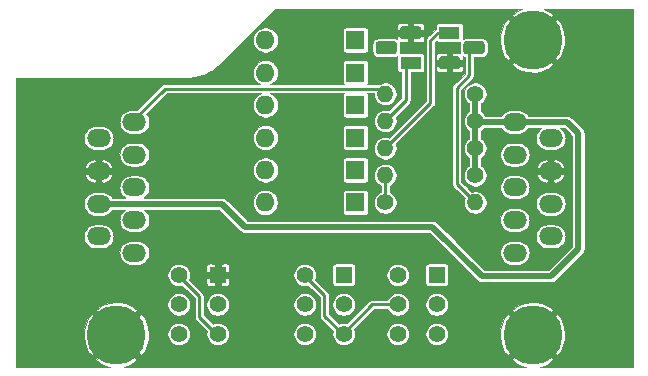
<source format=gtl>
G04 #@! TF.GenerationSoftware,KiCad,Pcbnew,5.1.5-52549c5~86~ubuntu18.04.1*
G04 #@! TF.CreationDate,2020-05-03T19:03:43+02:00*
G04 #@! TF.ProjectId,OpenC64MegaDrivePadAdapter,4f70656e-4336-4344-9d65-676144726976,5*
G04 #@! TF.SameCoordinates,Original*
G04 #@! TF.FileFunction,Copper,L1,Top*
G04 #@! TF.FilePolarity,Positive*
%FSLAX46Y46*%
G04 Gerber Fmt 4.6, Leading zero omitted, Abs format (unit mm)*
G04 Created by KiCad (PCBNEW 5.1.5-52549c5~86~ubuntu18.04.1) date 2020-05-03 19:03:43*
%MOMM*%
%LPD*%
G04 APERTURE LIST*
%ADD10O,1.998980X1.501140*%
%ADD11C,5.001260*%
%ADD12C,1.400000*%
%ADD13R,1.400000X1.400000*%
%ADD14O,1.400000X1.400000*%
%ADD15R,1.800000X1.100000*%
%ADD16C,0.100000*%
%ADD17O,1.600000X1.600000*%
%ADD18R,1.600000X1.600000*%
%ADD19C,1.000000*%
%ADD20C,0.500000*%
%ADD21C,0.250000*%
%ADD22C,0.025400*%
G04 APERTURE END LIST*
D10*
X142405080Y-107993180D03*
X142405080Y-105222040D03*
X142405080Y-102453440D03*
X142405080Y-99682300D03*
X145442920Y-98298000D03*
X145442920Y-101066600D03*
X145442920Y-109377480D03*
X145442920Y-106608880D03*
X145442920Y-103837740D03*
D11*
X143924000Y-116332000D03*
X179154000Y-116330560D03*
D10*
X180672920Y-99680860D03*
X180672920Y-102452000D03*
X180672920Y-105220600D03*
X180672920Y-107991740D03*
X177635080Y-109376040D03*
X177635080Y-106607440D03*
X177635080Y-98296560D03*
X177635080Y-101065160D03*
X177635080Y-103836300D03*
D11*
X179154000Y-91342040D03*
D12*
X149200000Y-116252000D03*
X149200000Y-113752000D03*
X149200000Y-111252000D03*
X152500000Y-116252000D03*
X152500000Y-113752000D03*
D13*
X152500000Y-111252000D03*
D12*
X167742000Y-116252000D03*
X167742000Y-113752000D03*
X167742000Y-111252000D03*
X171042000Y-116252000D03*
X171042000Y-113752000D03*
D13*
X171042000Y-111252000D03*
D12*
X159868000Y-116252000D03*
X159868000Y-113752000D03*
X159868000Y-111252000D03*
X163168000Y-116252000D03*
X163168000Y-113752000D03*
D13*
X163168000Y-111252000D03*
D14*
X166674000Y-95919600D03*
D12*
X174294000Y-95919600D03*
D14*
X166674000Y-98219600D03*
D12*
X174294000Y-98219600D03*
D14*
X166674000Y-100519600D03*
D12*
X174294000Y-100519600D03*
D14*
X166674000Y-102819600D03*
D12*
X174294000Y-102819600D03*
D14*
X174294000Y-105119600D03*
D12*
X166674000Y-105119600D03*
D15*
X168828696Y-93283609D03*
G04 #@! TA.AperFunction,ComponentPad*
D16*
G36*
X169480651Y-90194933D02*
G01*
X169507346Y-90198893D01*
X169533524Y-90205450D01*
X169558934Y-90214542D01*
X169583330Y-90226081D01*
X169606478Y-90239955D01*
X169628154Y-90256031D01*
X169648150Y-90274155D01*
X169666274Y-90294151D01*
X169682350Y-90315827D01*
X169696224Y-90338975D01*
X169707763Y-90363371D01*
X169716855Y-90388781D01*
X169723412Y-90414959D01*
X169727372Y-90441654D01*
X169728696Y-90468609D01*
X169728696Y-91018609D01*
X169727372Y-91045564D01*
X169723412Y-91072259D01*
X169716855Y-91098437D01*
X169707763Y-91123847D01*
X169696224Y-91148243D01*
X169682350Y-91171391D01*
X169666274Y-91193067D01*
X169648150Y-91213063D01*
X169628154Y-91231187D01*
X169606478Y-91247263D01*
X169583330Y-91261137D01*
X169558934Y-91272676D01*
X169533524Y-91281768D01*
X169507346Y-91288325D01*
X169480651Y-91292285D01*
X169453696Y-91293609D01*
X168203696Y-91293609D01*
X168176741Y-91292285D01*
X168150046Y-91288325D01*
X168123868Y-91281768D01*
X168098458Y-91272676D01*
X168074062Y-91261137D01*
X168050914Y-91247263D01*
X168029238Y-91231187D01*
X168009242Y-91213063D01*
X167991118Y-91193067D01*
X167975042Y-91171391D01*
X167961168Y-91148243D01*
X167949629Y-91123847D01*
X167940537Y-91098437D01*
X167933980Y-91072259D01*
X167930020Y-91045564D01*
X167928696Y-91018609D01*
X167928696Y-90468609D01*
X167930020Y-90441654D01*
X167933980Y-90414959D01*
X167940537Y-90388781D01*
X167949629Y-90363371D01*
X167961168Y-90338975D01*
X167975042Y-90315827D01*
X167991118Y-90294151D01*
X168009242Y-90274155D01*
X168029238Y-90256031D01*
X168050914Y-90239955D01*
X168074062Y-90226081D01*
X168098458Y-90214542D01*
X168123868Y-90205450D01*
X168150046Y-90198893D01*
X168176741Y-90194933D01*
X168203696Y-90193609D01*
X169453696Y-90193609D01*
X169480651Y-90194933D01*
G37*
G04 #@! TD.AperFunction*
G04 #@! TA.AperFunction,ComponentPad*
G36*
X167410651Y-91464933D02*
G01*
X167437346Y-91468893D01*
X167463524Y-91475450D01*
X167488934Y-91484542D01*
X167513330Y-91496081D01*
X167536478Y-91509955D01*
X167558154Y-91526031D01*
X167578150Y-91544155D01*
X167596274Y-91564151D01*
X167612350Y-91585827D01*
X167626224Y-91608975D01*
X167637763Y-91633371D01*
X167646855Y-91658781D01*
X167653412Y-91684959D01*
X167657372Y-91711654D01*
X167658696Y-91738609D01*
X167658696Y-92288609D01*
X167657372Y-92315564D01*
X167653412Y-92342259D01*
X167646855Y-92368437D01*
X167637763Y-92393847D01*
X167626224Y-92418243D01*
X167612350Y-92441391D01*
X167596274Y-92463067D01*
X167578150Y-92483063D01*
X167558154Y-92501187D01*
X167536478Y-92517263D01*
X167513330Y-92531137D01*
X167488934Y-92542676D01*
X167463524Y-92551768D01*
X167437346Y-92558325D01*
X167410651Y-92562285D01*
X167383696Y-92563609D01*
X166133696Y-92563609D01*
X166106741Y-92562285D01*
X166080046Y-92558325D01*
X166053868Y-92551768D01*
X166028458Y-92542676D01*
X166004062Y-92531137D01*
X165980914Y-92517263D01*
X165959238Y-92501187D01*
X165939242Y-92483063D01*
X165921118Y-92463067D01*
X165905042Y-92441391D01*
X165891168Y-92418243D01*
X165879629Y-92393847D01*
X165870537Y-92368437D01*
X165863980Y-92342259D01*
X165860020Y-92315564D01*
X165858696Y-92288609D01*
X165858696Y-91738609D01*
X165860020Y-91711654D01*
X165863980Y-91684959D01*
X165870537Y-91658781D01*
X165879629Y-91633371D01*
X165891168Y-91608975D01*
X165905042Y-91585827D01*
X165921118Y-91564151D01*
X165939242Y-91544155D01*
X165959238Y-91526031D01*
X165980914Y-91509955D01*
X166004062Y-91496081D01*
X166028458Y-91484542D01*
X166053868Y-91475450D01*
X166080046Y-91468893D01*
X166106741Y-91464933D01*
X166133696Y-91463609D01*
X167383696Y-91463609D01*
X167410651Y-91464933D01*
G37*
G04 #@! TD.AperFunction*
D15*
X172114407Y-90743609D03*
G04 #@! TA.AperFunction,ComponentPad*
D16*
G36*
X172766362Y-92734933D02*
G01*
X172793057Y-92738893D01*
X172819235Y-92745450D01*
X172844645Y-92754542D01*
X172869041Y-92766081D01*
X172892189Y-92779955D01*
X172913865Y-92796031D01*
X172933861Y-92814155D01*
X172951985Y-92834151D01*
X172968061Y-92855827D01*
X172981935Y-92878975D01*
X172993474Y-92903371D01*
X173002566Y-92928781D01*
X173009123Y-92954959D01*
X173013083Y-92981654D01*
X173014407Y-93008609D01*
X173014407Y-93558609D01*
X173013083Y-93585564D01*
X173009123Y-93612259D01*
X173002566Y-93638437D01*
X172993474Y-93663847D01*
X172981935Y-93688243D01*
X172968061Y-93711391D01*
X172951985Y-93733067D01*
X172933861Y-93753063D01*
X172913865Y-93771187D01*
X172892189Y-93787263D01*
X172869041Y-93801137D01*
X172844645Y-93812676D01*
X172819235Y-93821768D01*
X172793057Y-93828325D01*
X172766362Y-93832285D01*
X172739407Y-93833609D01*
X171489407Y-93833609D01*
X171462452Y-93832285D01*
X171435757Y-93828325D01*
X171409579Y-93821768D01*
X171384169Y-93812676D01*
X171359773Y-93801137D01*
X171336625Y-93787263D01*
X171314949Y-93771187D01*
X171294953Y-93753063D01*
X171276829Y-93733067D01*
X171260753Y-93711391D01*
X171246879Y-93688243D01*
X171235340Y-93663847D01*
X171226248Y-93638437D01*
X171219691Y-93612259D01*
X171215731Y-93585564D01*
X171214407Y-93558609D01*
X171214407Y-93008609D01*
X171215731Y-92981654D01*
X171219691Y-92954959D01*
X171226248Y-92928781D01*
X171235340Y-92903371D01*
X171246879Y-92878975D01*
X171260753Y-92855827D01*
X171276829Y-92834151D01*
X171294953Y-92814155D01*
X171314949Y-92796031D01*
X171336625Y-92779955D01*
X171359773Y-92766081D01*
X171384169Y-92754542D01*
X171409579Y-92745450D01*
X171435757Y-92738893D01*
X171462452Y-92734933D01*
X171489407Y-92733609D01*
X172739407Y-92733609D01*
X172766362Y-92734933D01*
G37*
G04 #@! TD.AperFunction*
G04 #@! TA.AperFunction,ComponentPad*
G36*
X174836362Y-91464933D02*
G01*
X174863057Y-91468893D01*
X174889235Y-91475450D01*
X174914645Y-91484542D01*
X174939041Y-91496081D01*
X174962189Y-91509955D01*
X174983865Y-91526031D01*
X175003861Y-91544155D01*
X175021985Y-91564151D01*
X175038061Y-91585827D01*
X175051935Y-91608975D01*
X175063474Y-91633371D01*
X175072566Y-91658781D01*
X175079123Y-91684959D01*
X175083083Y-91711654D01*
X175084407Y-91738609D01*
X175084407Y-92288609D01*
X175083083Y-92315564D01*
X175079123Y-92342259D01*
X175072566Y-92368437D01*
X175063474Y-92393847D01*
X175051935Y-92418243D01*
X175038061Y-92441391D01*
X175021985Y-92463067D01*
X175003861Y-92483063D01*
X174983865Y-92501187D01*
X174962189Y-92517263D01*
X174939041Y-92531137D01*
X174914645Y-92542676D01*
X174889235Y-92551768D01*
X174863057Y-92558325D01*
X174836362Y-92562285D01*
X174809407Y-92563609D01*
X173559407Y-92563609D01*
X173532452Y-92562285D01*
X173505757Y-92558325D01*
X173479579Y-92551768D01*
X173454169Y-92542676D01*
X173429773Y-92531137D01*
X173406625Y-92517263D01*
X173384949Y-92501187D01*
X173364953Y-92483063D01*
X173346829Y-92463067D01*
X173330753Y-92441391D01*
X173316879Y-92418243D01*
X173305340Y-92393847D01*
X173296248Y-92368437D01*
X173289691Y-92342259D01*
X173285731Y-92315564D01*
X173284407Y-92288609D01*
X173284407Y-91738609D01*
X173285731Y-91711654D01*
X173289691Y-91684959D01*
X173296248Y-91658781D01*
X173305340Y-91633371D01*
X173316879Y-91608975D01*
X173330753Y-91585827D01*
X173346829Y-91564151D01*
X173364953Y-91544155D01*
X173384949Y-91526031D01*
X173406625Y-91509955D01*
X173429773Y-91496081D01*
X173454169Y-91484542D01*
X173479579Y-91475450D01*
X173505757Y-91468893D01*
X173532452Y-91464933D01*
X173559407Y-91463609D01*
X174809407Y-91463609D01*
X174836362Y-91464933D01*
G37*
G04 #@! TD.AperFunction*
D17*
X156527200Y-105119600D03*
D18*
X164147200Y-105119600D03*
D17*
X156539200Y-102369600D03*
D18*
X164159200Y-102369600D03*
D17*
X156539200Y-99619600D03*
D18*
X164159200Y-99619600D03*
D17*
X156539200Y-96869600D03*
D18*
X164159200Y-96869600D03*
D17*
X156539200Y-94119600D03*
D18*
X164159200Y-94119600D03*
D17*
X156539200Y-91369600D03*
D18*
X164159200Y-91369600D03*
D19*
X139352000Y-104140000D03*
X139352000Y-106680000D03*
X139352000Y-109220000D03*
X139352000Y-111760000D03*
X139352000Y-114300000D03*
X139352000Y-116840000D03*
X156483974Y-111251668D03*
X156483974Y-113801668D03*
X184488000Y-116930000D03*
X184488000Y-114390000D03*
X184488000Y-111850000D03*
X184488000Y-109310000D03*
X184488000Y-106770000D03*
X184488000Y-104230000D03*
X184488000Y-101690000D03*
X184488000Y-99150000D03*
X184488000Y-96610000D03*
X184488000Y-94070000D03*
X184488000Y-91530000D03*
X139352000Y-96520000D03*
X139352000Y-99060000D03*
X139352000Y-101600000D03*
X156483974Y-116301668D03*
D20*
X142654000Y-105222040D02*
X152822040Y-105222040D01*
X152822040Y-105222040D02*
X154788000Y-107188000D01*
X166688000Y-107188000D02*
X166674000Y-107174000D01*
X182076560Y-98296560D02*
X177884000Y-98296560D01*
X183040000Y-99260000D02*
X182076560Y-98296560D01*
X183040000Y-109080000D02*
X183040000Y-99260000D01*
X154788000Y-107188000D02*
X166238000Y-107188000D01*
X166238000Y-107188000D02*
X166688000Y-107188000D01*
X166238000Y-107188000D02*
X170678000Y-107188000D01*
X170678000Y-107188000D02*
X174860000Y-111370000D01*
X174860000Y-111370000D02*
X180750000Y-111370000D01*
X180750000Y-111370000D02*
X183040000Y-109080000D01*
X174370960Y-98296560D02*
X174294000Y-98219600D01*
X177884000Y-98296560D02*
X174370960Y-98296560D01*
X174294000Y-98219600D02*
X174294000Y-95919600D01*
X174294000Y-98219600D02*
X174294000Y-100519600D01*
X174294000Y-100519600D02*
X174294000Y-102819600D01*
D21*
X172720000Y-103545600D02*
X174294000Y-105119600D01*
X172720000Y-95430000D02*
X172720000Y-103545600D01*
X173784407Y-92513609D02*
X173784407Y-94365593D01*
X173784407Y-94365593D02*
X172720000Y-95430000D01*
D20*
X139352000Y-106680000D02*
X139352000Y-109220000D01*
X139352000Y-111760000D02*
X139352000Y-114300000D01*
X142654000Y-102453440D02*
X140205440Y-102453440D01*
X140205440Y-102453440D02*
X139352000Y-101600000D01*
X184488000Y-111850000D02*
X184488000Y-114390000D01*
X184488000Y-106770000D02*
X184488000Y-109310000D01*
X184488000Y-101690000D02*
X184488000Y-104230000D01*
X184488000Y-96610000D02*
X184488000Y-99150000D01*
X184488000Y-91530000D02*
X184488000Y-94070000D01*
X139352000Y-96520000D02*
X139352000Y-99060000D01*
X139352000Y-101600000D02*
X139352000Y-104140000D01*
D16*
X156483974Y-113801668D02*
X156483974Y-111251668D01*
D21*
X150926800Y-113078800D02*
X149100000Y-111252000D01*
X150926800Y-114808000D02*
X150926800Y-113078800D01*
X152370800Y-116252000D02*
X150926800Y-114808000D01*
X152400000Y-116252000D02*
X152370800Y-116252000D01*
X170500000Y-96693600D02*
X166674000Y-100519600D01*
X170500000Y-91390000D02*
X170500000Y-96693600D01*
X172514407Y-90743609D02*
X171146391Y-90743609D01*
X171146391Y-90743609D02*
X170500000Y-91390000D01*
X165568000Y-113752000D02*
X167642000Y-113752000D01*
X163068000Y-116252000D02*
X165568000Y-113752000D01*
X159768000Y-111252000D02*
X159791400Y-111252000D01*
X159791400Y-111252000D02*
X161518600Y-112979200D01*
X161518600Y-112979200D02*
X161518600Y-114702600D01*
X161518600Y-114702600D02*
X163068000Y-116252000D01*
X168428696Y-96464904D02*
X166674000Y-98219600D01*
X168428696Y-93283609D02*
X168428696Y-96464904D01*
X166674000Y-102819600D02*
X166674000Y-105119600D01*
X166674000Y-95919600D02*
X166669600Y-95919600D01*
X166669600Y-95919600D02*
X166240000Y-95490000D01*
X148002000Y-95490000D02*
X145194000Y-98298000D01*
X166240000Y-95490000D02*
X148002000Y-95490000D01*
D22*
G36*
X177968790Y-88826551D02*
G01*
X177720915Y-88959043D01*
X177413105Y-89259895D01*
X179154000Y-91000790D01*
X180894895Y-89259895D01*
X180587085Y-88959043D01*
X180108233Y-88731700D01*
X187628300Y-88731700D01*
X187628301Y-119038300D01*
X179761922Y-119038300D01*
X179825689Y-119028937D01*
X180339210Y-118846049D01*
X180587085Y-118713557D01*
X180894895Y-118412705D01*
X179154000Y-116671810D01*
X177413105Y-118412705D01*
X177720915Y-118713557D01*
X178213351Y-118947349D01*
X178574193Y-119038300D01*
X144541729Y-119038300D01*
X144595689Y-119030377D01*
X145109210Y-118847489D01*
X145357085Y-118714997D01*
X145664895Y-118414145D01*
X143924000Y-116673250D01*
X142183105Y-118414145D01*
X142490915Y-118714997D01*
X142983351Y-118948789D01*
X143338480Y-119038300D01*
X135381700Y-119038300D01*
X135381700Y-116464356D01*
X141146432Y-116464356D01*
X141225623Y-117003689D01*
X141408511Y-117517210D01*
X141541003Y-117765085D01*
X141841855Y-118072895D01*
X143582750Y-116332000D01*
X144265250Y-116332000D01*
X146006145Y-118072895D01*
X146306997Y-117765085D01*
X146540789Y-117272649D01*
X146674020Y-116744064D01*
X146701568Y-116199644D01*
X146695276Y-116156788D01*
X148233300Y-116156788D01*
X148233300Y-116347212D01*
X148270450Y-116533976D01*
X148343322Y-116709904D01*
X148449115Y-116868235D01*
X148583765Y-117002885D01*
X148742096Y-117108678D01*
X148918024Y-117181550D01*
X149104788Y-117218700D01*
X149295212Y-117218700D01*
X149481976Y-117181550D01*
X149657904Y-117108678D01*
X149816235Y-117002885D01*
X149950885Y-116868235D01*
X150056678Y-116709904D01*
X150129550Y-116533976D01*
X150166700Y-116347212D01*
X150166700Y-116156788D01*
X150129550Y-115970024D01*
X150056678Y-115794096D01*
X149950885Y-115635765D01*
X149816235Y-115501115D01*
X149657904Y-115395322D01*
X149481976Y-115322450D01*
X149295212Y-115285300D01*
X149104788Y-115285300D01*
X148918024Y-115322450D01*
X148742096Y-115395322D01*
X148583765Y-115501115D01*
X148449115Y-115635765D01*
X148343322Y-115794096D01*
X148270450Y-115970024D01*
X148233300Y-116156788D01*
X146695276Y-116156788D01*
X146622377Y-115660311D01*
X146439489Y-115146790D01*
X146306997Y-114898915D01*
X146006145Y-114591105D01*
X144265250Y-116332000D01*
X143582750Y-116332000D01*
X141841855Y-114591105D01*
X141541003Y-114898915D01*
X141307211Y-115391351D01*
X141173980Y-115919936D01*
X141146432Y-116464356D01*
X135381700Y-116464356D01*
X135381700Y-114249855D01*
X142183105Y-114249855D01*
X143924000Y-115990750D01*
X145664895Y-114249855D01*
X145357085Y-113949003D01*
X144864649Y-113715211D01*
X144632860Y-113656788D01*
X148233300Y-113656788D01*
X148233300Y-113847212D01*
X148270450Y-114033976D01*
X148343322Y-114209904D01*
X148449115Y-114368235D01*
X148583765Y-114502885D01*
X148742096Y-114608678D01*
X148918024Y-114681550D01*
X149104788Y-114718700D01*
X149295212Y-114718700D01*
X149481976Y-114681550D01*
X149657904Y-114608678D01*
X149816235Y-114502885D01*
X149950885Y-114368235D01*
X150056678Y-114209904D01*
X150129550Y-114033976D01*
X150166700Y-113847212D01*
X150166700Y-113656788D01*
X150129550Y-113470024D01*
X150056678Y-113294096D01*
X149950885Y-113135765D01*
X149816235Y-113001115D01*
X149657904Y-112895322D01*
X149481976Y-112822450D01*
X149295212Y-112785300D01*
X149104788Y-112785300D01*
X148918024Y-112822450D01*
X148742096Y-112895322D01*
X148583765Y-113001115D01*
X148449115Y-113135765D01*
X148343322Y-113294096D01*
X148270450Y-113470024D01*
X148233300Y-113656788D01*
X144632860Y-113656788D01*
X144336064Y-113581980D01*
X143791644Y-113554432D01*
X143252311Y-113633623D01*
X142738790Y-113816511D01*
X142490915Y-113949003D01*
X142183105Y-114249855D01*
X135381700Y-114249855D01*
X135381700Y-111156788D01*
X148233300Y-111156788D01*
X148233300Y-111347212D01*
X148270450Y-111533976D01*
X148343322Y-111709904D01*
X148449115Y-111868235D01*
X148583765Y-112002885D01*
X148742096Y-112108678D01*
X148918024Y-112181550D01*
X149104788Y-112218700D01*
X149295212Y-112218700D01*
X149476661Y-112182607D01*
X150535101Y-113241049D01*
X150535100Y-114788760D01*
X150533205Y-114808000D01*
X150535100Y-114827239D01*
X150540768Y-114884786D01*
X150563166Y-114958621D01*
X150599538Y-115026669D01*
X150648486Y-115086314D01*
X150663441Y-115098587D01*
X151564548Y-115999695D01*
X151533300Y-116156788D01*
X151533300Y-116347212D01*
X151570450Y-116533976D01*
X151643322Y-116709904D01*
X151749115Y-116868235D01*
X151883765Y-117002885D01*
X152042096Y-117108678D01*
X152218024Y-117181550D01*
X152404788Y-117218700D01*
X152595212Y-117218700D01*
X152781976Y-117181550D01*
X152957904Y-117108678D01*
X153116235Y-117002885D01*
X153250885Y-116868235D01*
X153356678Y-116709904D01*
X153429550Y-116533976D01*
X153466700Y-116347212D01*
X153466700Y-116156788D01*
X158901300Y-116156788D01*
X158901300Y-116347212D01*
X158938450Y-116533976D01*
X159011322Y-116709904D01*
X159117115Y-116868235D01*
X159251765Y-117002885D01*
X159410096Y-117108678D01*
X159586024Y-117181550D01*
X159772788Y-117218700D01*
X159963212Y-117218700D01*
X160149976Y-117181550D01*
X160325904Y-117108678D01*
X160484235Y-117002885D01*
X160618885Y-116868235D01*
X160724678Y-116709904D01*
X160797550Y-116533976D01*
X160834700Y-116347212D01*
X160834700Y-116156788D01*
X160797550Y-115970024D01*
X160724678Y-115794096D01*
X160618885Y-115635765D01*
X160484235Y-115501115D01*
X160325904Y-115395322D01*
X160149976Y-115322450D01*
X159963212Y-115285300D01*
X159772788Y-115285300D01*
X159586024Y-115322450D01*
X159410096Y-115395322D01*
X159251765Y-115501115D01*
X159117115Y-115635765D01*
X159011322Y-115794096D01*
X158938450Y-115970024D01*
X158901300Y-116156788D01*
X153466700Y-116156788D01*
X153429550Y-115970024D01*
X153356678Y-115794096D01*
X153250885Y-115635765D01*
X153116235Y-115501115D01*
X152957904Y-115395322D01*
X152781976Y-115322450D01*
X152595212Y-115285300D01*
X152404788Y-115285300D01*
X152218024Y-115322450D01*
X152060462Y-115387715D01*
X151318500Y-114645754D01*
X151318500Y-113656788D01*
X151533300Y-113656788D01*
X151533300Y-113847212D01*
X151570450Y-114033976D01*
X151643322Y-114209904D01*
X151749115Y-114368235D01*
X151883765Y-114502885D01*
X152042096Y-114608678D01*
X152218024Y-114681550D01*
X152404788Y-114718700D01*
X152595212Y-114718700D01*
X152781976Y-114681550D01*
X152957904Y-114608678D01*
X153116235Y-114502885D01*
X153250885Y-114368235D01*
X153356678Y-114209904D01*
X153429550Y-114033976D01*
X153466700Y-113847212D01*
X153466700Y-113656788D01*
X158901300Y-113656788D01*
X158901300Y-113847212D01*
X158938450Y-114033976D01*
X159011322Y-114209904D01*
X159117115Y-114368235D01*
X159251765Y-114502885D01*
X159410096Y-114608678D01*
X159586024Y-114681550D01*
X159772788Y-114718700D01*
X159963212Y-114718700D01*
X160149976Y-114681550D01*
X160325904Y-114608678D01*
X160484235Y-114502885D01*
X160618885Y-114368235D01*
X160724678Y-114209904D01*
X160797550Y-114033976D01*
X160834700Y-113847212D01*
X160834700Y-113656788D01*
X160797550Y-113470024D01*
X160724678Y-113294096D01*
X160618885Y-113135765D01*
X160484235Y-113001115D01*
X160325904Y-112895322D01*
X160149976Y-112822450D01*
X159963212Y-112785300D01*
X159772788Y-112785300D01*
X159586024Y-112822450D01*
X159410096Y-112895322D01*
X159251765Y-113001115D01*
X159117115Y-113135765D01*
X159011322Y-113294096D01*
X158938450Y-113470024D01*
X158901300Y-113656788D01*
X153466700Y-113656788D01*
X153429550Y-113470024D01*
X153356678Y-113294096D01*
X153250885Y-113135765D01*
X153116235Y-113001115D01*
X152957904Y-112895322D01*
X152781976Y-112822450D01*
X152595212Y-112785300D01*
X152404788Y-112785300D01*
X152218024Y-112822450D01*
X152042096Y-112895322D01*
X151883765Y-113001115D01*
X151749115Y-113135765D01*
X151643322Y-113294096D01*
X151570450Y-113470024D01*
X151533300Y-113656788D01*
X151318500Y-113656788D01*
X151318500Y-113098036D01*
X151320395Y-113078799D01*
X151318148Y-113055986D01*
X151312832Y-113002013D01*
X151290434Y-112928178D01*
X151254062Y-112860130D01*
X151205114Y-112800486D01*
X151190169Y-112788221D01*
X150353948Y-111952000D01*
X151532010Y-111952000D01*
X151537159Y-112004282D01*
X151552410Y-112054555D01*
X151577174Y-112100887D01*
X151610502Y-112141498D01*
X151651113Y-112174826D01*
X151697445Y-112199590D01*
X151747718Y-112214841D01*
X151800000Y-112219990D01*
X152192025Y-112218700D01*
X152258700Y-112152025D01*
X152258700Y-111493300D01*
X152741300Y-111493300D01*
X152741300Y-112152025D01*
X152807975Y-112218700D01*
X153200000Y-112219990D01*
X153252282Y-112214841D01*
X153302555Y-112199590D01*
X153348887Y-112174826D01*
X153389498Y-112141498D01*
X153422826Y-112100887D01*
X153447590Y-112054555D01*
X153462841Y-112004282D01*
X153467990Y-111952000D01*
X153466700Y-111559975D01*
X153400025Y-111493300D01*
X152741300Y-111493300D01*
X152258700Y-111493300D01*
X151599975Y-111493300D01*
X151533300Y-111559975D01*
X151532010Y-111952000D01*
X150353948Y-111952000D01*
X150072838Y-111670891D01*
X150129550Y-111533976D01*
X150166700Y-111347212D01*
X150166700Y-111156788D01*
X158901300Y-111156788D01*
X158901300Y-111347212D01*
X158938450Y-111533976D01*
X159011322Y-111709904D01*
X159117115Y-111868235D01*
X159251765Y-112002885D01*
X159410096Y-112108678D01*
X159586024Y-112181550D01*
X159772788Y-112218700D01*
X159963212Y-112218700D01*
X160149976Y-112181550D01*
X160162016Y-112176563D01*
X161126900Y-113141447D01*
X161126901Y-114683350D01*
X161125005Y-114702600D01*
X161132568Y-114779386D01*
X161154967Y-114853222D01*
X161171839Y-114884787D01*
X161191339Y-114921270D01*
X161240287Y-114980914D01*
X161255237Y-114993183D01*
X162237393Y-115975340D01*
X162201300Y-116156788D01*
X162201300Y-116347212D01*
X162238450Y-116533976D01*
X162311322Y-116709904D01*
X162417115Y-116868235D01*
X162551765Y-117002885D01*
X162710096Y-117108678D01*
X162886024Y-117181550D01*
X163072788Y-117218700D01*
X163263212Y-117218700D01*
X163449976Y-117181550D01*
X163625904Y-117108678D01*
X163784235Y-117002885D01*
X163918885Y-116868235D01*
X164024678Y-116709904D01*
X164097550Y-116533976D01*
X164134700Y-116347212D01*
X164134700Y-116156788D01*
X166775300Y-116156788D01*
X166775300Y-116347212D01*
X166812450Y-116533976D01*
X166885322Y-116709904D01*
X166991115Y-116868235D01*
X167125765Y-117002885D01*
X167284096Y-117108678D01*
X167460024Y-117181550D01*
X167646788Y-117218700D01*
X167837212Y-117218700D01*
X168023976Y-117181550D01*
X168199904Y-117108678D01*
X168358235Y-117002885D01*
X168492885Y-116868235D01*
X168598678Y-116709904D01*
X168671550Y-116533976D01*
X168708700Y-116347212D01*
X168708700Y-116156788D01*
X170075300Y-116156788D01*
X170075300Y-116347212D01*
X170112450Y-116533976D01*
X170185322Y-116709904D01*
X170291115Y-116868235D01*
X170425765Y-117002885D01*
X170584096Y-117108678D01*
X170760024Y-117181550D01*
X170946788Y-117218700D01*
X171137212Y-117218700D01*
X171323976Y-117181550D01*
X171499904Y-117108678D01*
X171658235Y-117002885D01*
X171792885Y-116868235D01*
X171898678Y-116709904D01*
X171971550Y-116533976D01*
X171985684Y-116462916D01*
X176376432Y-116462916D01*
X176455623Y-117002249D01*
X176638511Y-117515770D01*
X176771003Y-117763645D01*
X177071855Y-118071455D01*
X178812750Y-116330560D01*
X179495250Y-116330560D01*
X181236145Y-118071455D01*
X181536997Y-117763645D01*
X181770789Y-117271209D01*
X181904020Y-116742624D01*
X181931568Y-116198204D01*
X181852377Y-115658871D01*
X181669489Y-115145350D01*
X181536997Y-114897475D01*
X181236145Y-114589665D01*
X179495250Y-116330560D01*
X178812750Y-116330560D01*
X177071855Y-114589665D01*
X176771003Y-114897475D01*
X176537211Y-115389911D01*
X176403980Y-115918496D01*
X176376432Y-116462916D01*
X171985684Y-116462916D01*
X172008700Y-116347212D01*
X172008700Y-116156788D01*
X171971550Y-115970024D01*
X171898678Y-115794096D01*
X171792885Y-115635765D01*
X171658235Y-115501115D01*
X171499904Y-115395322D01*
X171323976Y-115322450D01*
X171137212Y-115285300D01*
X170946788Y-115285300D01*
X170760024Y-115322450D01*
X170584096Y-115395322D01*
X170425765Y-115501115D01*
X170291115Y-115635765D01*
X170185322Y-115794096D01*
X170112450Y-115970024D01*
X170075300Y-116156788D01*
X168708700Y-116156788D01*
X168671550Y-115970024D01*
X168598678Y-115794096D01*
X168492885Y-115635765D01*
X168358235Y-115501115D01*
X168199904Y-115395322D01*
X168023976Y-115322450D01*
X167837212Y-115285300D01*
X167646788Y-115285300D01*
X167460024Y-115322450D01*
X167284096Y-115395322D01*
X167125765Y-115501115D01*
X166991115Y-115635765D01*
X166885322Y-115794096D01*
X166812450Y-115970024D01*
X166775300Y-116156788D01*
X164134700Y-116156788D01*
X164097550Y-115970024D01*
X164040838Y-115833109D01*
X165730247Y-114143700D01*
X166857899Y-114143700D01*
X166885322Y-114209904D01*
X166991115Y-114368235D01*
X167125765Y-114502885D01*
X167284096Y-114608678D01*
X167460024Y-114681550D01*
X167646788Y-114718700D01*
X167837212Y-114718700D01*
X168023976Y-114681550D01*
X168199904Y-114608678D01*
X168358235Y-114502885D01*
X168492885Y-114368235D01*
X168598678Y-114209904D01*
X168671550Y-114033976D01*
X168708700Y-113847212D01*
X168708700Y-113656788D01*
X170075300Y-113656788D01*
X170075300Y-113847212D01*
X170112450Y-114033976D01*
X170185322Y-114209904D01*
X170291115Y-114368235D01*
X170425765Y-114502885D01*
X170584096Y-114608678D01*
X170760024Y-114681550D01*
X170946788Y-114718700D01*
X171137212Y-114718700D01*
X171323976Y-114681550D01*
X171499904Y-114608678D01*
X171658235Y-114502885D01*
X171792885Y-114368235D01*
X171872945Y-114248415D01*
X177413105Y-114248415D01*
X179154000Y-115989310D01*
X180894895Y-114248415D01*
X180587085Y-113947563D01*
X180094649Y-113713771D01*
X179566064Y-113580540D01*
X179021644Y-113552992D01*
X178482311Y-113632183D01*
X177968790Y-113815071D01*
X177720915Y-113947563D01*
X177413105Y-114248415D01*
X171872945Y-114248415D01*
X171898678Y-114209904D01*
X171971550Y-114033976D01*
X172008700Y-113847212D01*
X172008700Y-113656788D01*
X171971550Y-113470024D01*
X171898678Y-113294096D01*
X171792885Y-113135765D01*
X171658235Y-113001115D01*
X171499904Y-112895322D01*
X171323976Y-112822450D01*
X171137212Y-112785300D01*
X170946788Y-112785300D01*
X170760024Y-112822450D01*
X170584096Y-112895322D01*
X170425765Y-113001115D01*
X170291115Y-113135765D01*
X170185322Y-113294096D01*
X170112450Y-113470024D01*
X170075300Y-113656788D01*
X168708700Y-113656788D01*
X168671550Y-113470024D01*
X168598678Y-113294096D01*
X168492885Y-113135765D01*
X168358235Y-113001115D01*
X168199904Y-112895322D01*
X168023976Y-112822450D01*
X167837212Y-112785300D01*
X167646788Y-112785300D01*
X167460024Y-112822450D01*
X167284096Y-112895322D01*
X167125765Y-113001115D01*
X166991115Y-113135765D01*
X166885322Y-113294096D01*
X166857899Y-113360300D01*
X165587240Y-113360300D01*
X165568000Y-113358405D01*
X165548760Y-113360300D01*
X165491213Y-113365968D01*
X165417378Y-113388366D01*
X165349330Y-113424738D01*
X165289686Y-113473686D01*
X165277417Y-113488636D01*
X163444661Y-115321393D01*
X163263212Y-115285300D01*
X163072788Y-115285300D01*
X162886024Y-115322450D01*
X162749109Y-115379162D01*
X161910300Y-114540354D01*
X161910300Y-113656788D01*
X162201300Y-113656788D01*
X162201300Y-113847212D01*
X162238450Y-114033976D01*
X162311322Y-114209904D01*
X162417115Y-114368235D01*
X162551765Y-114502885D01*
X162710096Y-114608678D01*
X162886024Y-114681550D01*
X163072788Y-114718700D01*
X163263212Y-114718700D01*
X163449976Y-114681550D01*
X163625904Y-114608678D01*
X163784235Y-114502885D01*
X163918885Y-114368235D01*
X164024678Y-114209904D01*
X164097550Y-114033976D01*
X164134700Y-113847212D01*
X164134700Y-113656788D01*
X164097550Y-113470024D01*
X164024678Y-113294096D01*
X163918885Y-113135765D01*
X163784235Y-113001115D01*
X163625904Y-112895322D01*
X163449976Y-112822450D01*
X163263212Y-112785300D01*
X163072788Y-112785300D01*
X162886024Y-112822450D01*
X162710096Y-112895322D01*
X162551765Y-113001115D01*
X162417115Y-113135765D01*
X162311322Y-113294096D01*
X162238450Y-113470024D01*
X162201300Y-113656788D01*
X161910300Y-113656788D01*
X161910300Y-112998440D01*
X161912195Y-112979200D01*
X161904632Y-112902414D01*
X161882234Y-112828578D01*
X161875206Y-112815430D01*
X161845862Y-112760530D01*
X161796914Y-112700886D01*
X161781965Y-112688618D01*
X160747691Y-111654345D01*
X160797550Y-111533976D01*
X160834700Y-111347212D01*
X160834700Y-111156788D01*
X160797550Y-110970024D01*
X160724678Y-110794096D01*
X160618885Y-110635765D01*
X160535120Y-110552000D01*
X162200010Y-110552000D01*
X162200010Y-111952000D01*
X162205159Y-112004282D01*
X162220410Y-112054555D01*
X162245174Y-112100887D01*
X162278502Y-112141498D01*
X162319113Y-112174826D01*
X162365445Y-112199590D01*
X162415718Y-112214841D01*
X162468000Y-112219990D01*
X163868000Y-112219990D01*
X163920282Y-112214841D01*
X163970555Y-112199590D01*
X164016887Y-112174826D01*
X164057498Y-112141498D01*
X164090826Y-112100887D01*
X164115590Y-112054555D01*
X164130841Y-112004282D01*
X164135990Y-111952000D01*
X164135990Y-111156788D01*
X166775300Y-111156788D01*
X166775300Y-111347212D01*
X166812450Y-111533976D01*
X166885322Y-111709904D01*
X166991115Y-111868235D01*
X167125765Y-112002885D01*
X167284096Y-112108678D01*
X167460024Y-112181550D01*
X167646788Y-112218700D01*
X167837212Y-112218700D01*
X168023976Y-112181550D01*
X168199904Y-112108678D01*
X168358235Y-112002885D01*
X168492885Y-111868235D01*
X168598678Y-111709904D01*
X168671550Y-111533976D01*
X168708700Y-111347212D01*
X168708700Y-111156788D01*
X168671550Y-110970024D01*
X168598678Y-110794096D01*
X168492885Y-110635765D01*
X168409120Y-110552000D01*
X170074010Y-110552000D01*
X170074010Y-111952000D01*
X170079159Y-112004282D01*
X170094410Y-112054555D01*
X170119174Y-112100887D01*
X170152502Y-112141498D01*
X170193113Y-112174826D01*
X170239445Y-112199590D01*
X170289718Y-112214841D01*
X170342000Y-112219990D01*
X171742000Y-112219990D01*
X171794282Y-112214841D01*
X171844555Y-112199590D01*
X171890887Y-112174826D01*
X171931498Y-112141498D01*
X171964826Y-112100887D01*
X171989590Y-112054555D01*
X172004841Y-112004282D01*
X172009990Y-111952000D01*
X172009990Y-110552000D01*
X172004841Y-110499718D01*
X171989590Y-110449445D01*
X171964826Y-110403113D01*
X171931498Y-110362502D01*
X171890887Y-110329174D01*
X171844555Y-110304410D01*
X171794282Y-110289159D01*
X171742000Y-110284010D01*
X170342000Y-110284010D01*
X170289718Y-110289159D01*
X170239445Y-110304410D01*
X170193113Y-110329174D01*
X170152502Y-110362502D01*
X170119174Y-110403113D01*
X170094410Y-110449445D01*
X170079159Y-110499718D01*
X170074010Y-110552000D01*
X168409120Y-110552000D01*
X168358235Y-110501115D01*
X168199904Y-110395322D01*
X168023976Y-110322450D01*
X167837212Y-110285300D01*
X167646788Y-110285300D01*
X167460024Y-110322450D01*
X167284096Y-110395322D01*
X167125765Y-110501115D01*
X166991115Y-110635765D01*
X166885322Y-110794096D01*
X166812450Y-110970024D01*
X166775300Y-111156788D01*
X164135990Y-111156788D01*
X164135990Y-110552000D01*
X164130841Y-110499718D01*
X164115590Y-110449445D01*
X164090826Y-110403113D01*
X164057498Y-110362502D01*
X164016887Y-110329174D01*
X163970555Y-110304410D01*
X163920282Y-110289159D01*
X163868000Y-110284010D01*
X162468000Y-110284010D01*
X162415718Y-110289159D01*
X162365445Y-110304410D01*
X162319113Y-110329174D01*
X162278502Y-110362502D01*
X162245174Y-110403113D01*
X162220410Y-110449445D01*
X162205159Y-110499718D01*
X162200010Y-110552000D01*
X160535120Y-110552000D01*
X160484235Y-110501115D01*
X160325904Y-110395322D01*
X160149976Y-110322450D01*
X159963212Y-110285300D01*
X159772788Y-110285300D01*
X159586024Y-110322450D01*
X159410096Y-110395322D01*
X159251765Y-110501115D01*
X159117115Y-110635765D01*
X159011322Y-110794096D01*
X158938450Y-110970024D01*
X158901300Y-111156788D01*
X150166700Y-111156788D01*
X150129550Y-110970024D01*
X150056678Y-110794096D01*
X149950885Y-110635765D01*
X149867120Y-110552000D01*
X151532010Y-110552000D01*
X151533300Y-110944025D01*
X151599975Y-111010700D01*
X152258700Y-111010700D01*
X152258700Y-110351975D01*
X152741300Y-110351975D01*
X152741300Y-111010700D01*
X153400025Y-111010700D01*
X153466700Y-110944025D01*
X153467990Y-110552000D01*
X153462841Y-110499718D01*
X153447590Y-110449445D01*
X153422826Y-110403113D01*
X153389498Y-110362502D01*
X153348887Y-110329174D01*
X153302555Y-110304410D01*
X153252282Y-110289159D01*
X153200000Y-110284010D01*
X152807975Y-110285300D01*
X152741300Y-110351975D01*
X152258700Y-110351975D01*
X152192025Y-110285300D01*
X151800000Y-110284010D01*
X151747718Y-110289159D01*
X151697445Y-110304410D01*
X151651113Y-110329174D01*
X151610502Y-110362502D01*
X151577174Y-110403113D01*
X151552410Y-110449445D01*
X151537159Y-110499718D01*
X151532010Y-110552000D01*
X149867120Y-110552000D01*
X149816235Y-110501115D01*
X149657904Y-110395322D01*
X149481976Y-110322450D01*
X149295212Y-110285300D01*
X149104788Y-110285300D01*
X148918024Y-110322450D01*
X148742096Y-110395322D01*
X148583765Y-110501115D01*
X148449115Y-110635765D01*
X148343322Y-110794096D01*
X148270450Y-110970024D01*
X148233300Y-111156788D01*
X135381700Y-111156788D01*
X135381700Y-109377480D01*
X144171808Y-109377480D01*
X144191449Y-109576900D01*
X144249618Y-109768656D01*
X144344078Y-109945379D01*
X144471201Y-110100279D01*
X144626101Y-110227402D01*
X144802824Y-110321862D01*
X144994580Y-110380031D01*
X145144026Y-110394750D01*
X145741814Y-110394750D01*
X145891260Y-110380031D01*
X146083016Y-110321862D01*
X146259739Y-110227402D01*
X146414639Y-110100279D01*
X146541762Y-109945379D01*
X146636222Y-109768656D01*
X146694391Y-109576900D01*
X146714032Y-109377480D01*
X146694391Y-109178060D01*
X146636222Y-108986304D01*
X146541762Y-108809581D01*
X146414639Y-108654681D01*
X146259739Y-108527558D01*
X146083016Y-108433098D01*
X145891260Y-108374929D01*
X145741814Y-108360210D01*
X145144026Y-108360210D01*
X144994580Y-108374929D01*
X144802824Y-108433098D01*
X144626101Y-108527558D01*
X144471201Y-108654681D01*
X144344078Y-108809581D01*
X144249618Y-108986304D01*
X144191449Y-109178060D01*
X144171808Y-109377480D01*
X135381700Y-109377480D01*
X135381700Y-107993180D01*
X141133968Y-107993180D01*
X141153609Y-108192600D01*
X141211778Y-108384356D01*
X141306238Y-108561079D01*
X141433361Y-108715979D01*
X141588261Y-108843102D01*
X141764984Y-108937562D01*
X141956740Y-108995731D01*
X142106186Y-109010450D01*
X142703974Y-109010450D01*
X142853420Y-108995731D01*
X143045176Y-108937562D01*
X143221899Y-108843102D01*
X143376799Y-108715979D01*
X143503922Y-108561079D01*
X143598382Y-108384356D01*
X143656551Y-108192600D01*
X143676192Y-107993180D01*
X143656551Y-107793760D01*
X143598382Y-107602004D01*
X143503922Y-107425281D01*
X143376799Y-107270381D01*
X143221899Y-107143258D01*
X143045176Y-107048798D01*
X142853420Y-106990629D01*
X142703974Y-106975910D01*
X142106186Y-106975910D01*
X141956740Y-106990629D01*
X141764984Y-107048798D01*
X141588261Y-107143258D01*
X141433361Y-107270381D01*
X141306238Y-107425281D01*
X141211778Y-107602004D01*
X141153609Y-107793760D01*
X141133968Y-107993180D01*
X135381700Y-107993180D01*
X135381700Y-105222040D01*
X141133968Y-105222040D01*
X141153609Y-105421460D01*
X141211778Y-105613216D01*
X141306238Y-105789939D01*
X141433361Y-105944839D01*
X141588261Y-106071962D01*
X141764984Y-106166422D01*
X141956740Y-106224591D01*
X142106186Y-106239310D01*
X142703974Y-106239310D01*
X142853420Y-106224591D01*
X143045176Y-106166422D01*
X143221899Y-106071962D01*
X143376799Y-105944839D01*
X143503922Y-105789939D01*
X143531288Y-105738740D01*
X144663926Y-105738740D01*
X144626101Y-105758958D01*
X144471201Y-105886081D01*
X144344078Y-106040981D01*
X144249618Y-106217704D01*
X144191449Y-106409460D01*
X144171808Y-106608880D01*
X144191449Y-106808300D01*
X144249618Y-107000056D01*
X144344078Y-107176779D01*
X144471201Y-107331679D01*
X144626101Y-107458802D01*
X144802824Y-107553262D01*
X144994580Y-107611431D01*
X145144026Y-107626150D01*
X145741814Y-107626150D01*
X145891260Y-107611431D01*
X146083016Y-107553262D01*
X146259739Y-107458802D01*
X146414639Y-107331679D01*
X146541762Y-107176779D01*
X146636222Y-107000056D01*
X146694391Y-106808300D01*
X146714032Y-106608880D01*
X146694391Y-106409460D01*
X146636222Y-106217704D01*
X146541762Y-106040981D01*
X146414639Y-105886081D01*
X146259739Y-105758958D01*
X146221914Y-105738740D01*
X152608017Y-105738740D01*
X154404692Y-107535417D01*
X154420870Y-107555130D01*
X154440583Y-107571308D01*
X154440586Y-107571311D01*
X154499547Y-107619699D01*
X154547526Y-107645344D01*
X154589311Y-107667678D01*
X154686709Y-107697224D01*
X154762616Y-107704700D01*
X154762618Y-107704700D01*
X154787999Y-107707200D01*
X154813380Y-107704700D01*
X166662619Y-107704700D01*
X166688000Y-107707200D01*
X166713381Y-107704700D01*
X170463977Y-107704700D01*
X174476688Y-111717412D01*
X174492870Y-111737130D01*
X174512587Y-111753311D01*
X174571547Y-111801699D01*
X174619526Y-111827344D01*
X174661311Y-111849678D01*
X174758709Y-111879224D01*
X174834616Y-111886700D01*
X174834618Y-111886700D01*
X174859999Y-111889200D01*
X174885380Y-111886700D01*
X180724619Y-111886700D01*
X180750000Y-111889200D01*
X180775381Y-111886700D01*
X180775384Y-111886700D01*
X180851291Y-111879224D01*
X180948689Y-111849678D01*
X181038452Y-111801699D01*
X181117130Y-111737130D01*
X181133317Y-111717406D01*
X183387412Y-109463312D01*
X183407130Y-109447130D01*
X183433976Y-109414418D01*
X183471699Y-109368453D01*
X183519677Y-109278690D01*
X183519678Y-109278689D01*
X183549224Y-109181291D01*
X183556700Y-109105384D01*
X183556700Y-109105382D01*
X183559200Y-109080001D01*
X183556700Y-109054620D01*
X183556700Y-99285381D01*
X183559200Y-99260000D01*
X183551941Y-99186300D01*
X183549224Y-99158709D01*
X183519678Y-99061311D01*
X183497254Y-99019359D01*
X183471699Y-98971547D01*
X183423311Y-98912587D01*
X183407130Y-98892870D01*
X183387412Y-98876688D01*
X182459877Y-97949154D01*
X182443690Y-97929430D01*
X182365012Y-97864861D01*
X182275249Y-97816882D01*
X182177851Y-97787336D01*
X182101944Y-97779860D01*
X182101941Y-97779860D01*
X182076560Y-97777360D01*
X182051179Y-97779860D01*
X178761288Y-97779860D01*
X178733922Y-97728661D01*
X178606799Y-97573761D01*
X178451899Y-97446638D01*
X178275176Y-97352178D01*
X178083420Y-97294009D01*
X177933974Y-97279290D01*
X177336186Y-97279290D01*
X177186740Y-97294009D01*
X176994984Y-97352178D01*
X176818261Y-97446638D01*
X176663361Y-97573761D01*
X176536238Y-97728661D01*
X176508872Y-97779860D01*
X175158202Y-97779860D01*
X175150678Y-97761696D01*
X175044885Y-97603365D01*
X174910235Y-97468715D01*
X174810700Y-97402208D01*
X174810700Y-96736992D01*
X174910235Y-96670485D01*
X175044885Y-96535835D01*
X175150678Y-96377504D01*
X175223550Y-96201576D01*
X175260700Y-96014812D01*
X175260700Y-95824388D01*
X175223550Y-95637624D01*
X175150678Y-95461696D01*
X175044885Y-95303365D01*
X174910235Y-95168715D01*
X174751904Y-95062922D01*
X174575976Y-94990050D01*
X174389212Y-94952900D01*
X174198788Y-94952900D01*
X174012024Y-94990050D01*
X173836096Y-95062922D01*
X173677765Y-95168715D01*
X173543115Y-95303365D01*
X173437322Y-95461696D01*
X173364450Y-95637624D01*
X173327300Y-95824388D01*
X173327300Y-96014812D01*
X173364450Y-96201576D01*
X173437322Y-96377504D01*
X173543115Y-96535835D01*
X173677765Y-96670485D01*
X173777301Y-96736992D01*
X173777300Y-97402208D01*
X173677765Y-97468715D01*
X173543115Y-97603365D01*
X173437322Y-97761696D01*
X173364450Y-97937624D01*
X173327300Y-98124388D01*
X173327300Y-98314812D01*
X173364450Y-98501576D01*
X173437322Y-98677504D01*
X173543115Y-98835835D01*
X173677765Y-98970485D01*
X173777300Y-99036992D01*
X173777301Y-99702208D01*
X173677765Y-99768715D01*
X173543115Y-99903365D01*
X173437322Y-100061696D01*
X173364450Y-100237624D01*
X173327300Y-100424388D01*
X173327300Y-100614812D01*
X173364450Y-100801576D01*
X173437322Y-100977504D01*
X173543115Y-101135835D01*
X173677765Y-101270485D01*
X173777300Y-101336992D01*
X173777301Y-102002208D01*
X173677765Y-102068715D01*
X173543115Y-102203365D01*
X173437322Y-102361696D01*
X173364450Y-102537624D01*
X173327300Y-102724388D01*
X173327300Y-102914812D01*
X173364450Y-103101576D01*
X173437322Y-103277504D01*
X173543115Y-103435835D01*
X173677765Y-103570485D01*
X173836096Y-103676278D01*
X174012024Y-103749150D01*
X174198788Y-103786300D01*
X174389212Y-103786300D01*
X174575976Y-103749150D01*
X174751904Y-103676278D01*
X174910235Y-103570485D01*
X175044885Y-103435835D01*
X175150678Y-103277504D01*
X175223550Y-103101576D01*
X175260700Y-102914812D01*
X175260700Y-102724388D01*
X175223550Y-102537624D01*
X175150678Y-102361696D01*
X175044885Y-102203365D01*
X174910235Y-102068715D01*
X174810700Y-102002208D01*
X174810700Y-101336992D01*
X174910235Y-101270485D01*
X175044885Y-101135835D01*
X175092108Y-101065160D01*
X176363968Y-101065160D01*
X176383609Y-101264580D01*
X176441778Y-101456336D01*
X176536238Y-101633059D01*
X176663361Y-101787959D01*
X176818261Y-101915082D01*
X176994984Y-102009542D01*
X177186740Y-102067711D01*
X177336186Y-102082430D01*
X177933974Y-102082430D01*
X178083420Y-102067711D01*
X178111885Y-102059076D01*
X179485677Y-102059076D01*
X179504541Y-102210700D01*
X180431620Y-102210700D01*
X180431620Y-101500502D01*
X180914220Y-101500502D01*
X180914220Y-102210700D01*
X181841299Y-102210700D01*
X181860163Y-102059076D01*
X181843296Y-102018812D01*
X181741080Y-101847368D01*
X181607381Y-101699160D01*
X181447337Y-101579883D01*
X181267098Y-101494121D01*
X181073591Y-101445170D01*
X180914220Y-101500502D01*
X180431620Y-101500502D01*
X180272249Y-101445170D01*
X180078742Y-101494121D01*
X179898503Y-101579883D01*
X179738459Y-101699160D01*
X179604760Y-101847368D01*
X179502544Y-102018812D01*
X179485677Y-102059076D01*
X178111885Y-102059076D01*
X178275176Y-102009542D01*
X178451899Y-101915082D01*
X178606799Y-101787959D01*
X178733922Y-101633059D01*
X178828382Y-101456336D01*
X178886551Y-101264580D01*
X178906192Y-101065160D01*
X178886551Y-100865740D01*
X178828382Y-100673984D01*
X178733922Y-100497261D01*
X178606799Y-100342361D01*
X178451899Y-100215238D01*
X178275176Y-100120778D01*
X178083420Y-100062609D01*
X177933974Y-100047890D01*
X177336186Y-100047890D01*
X177186740Y-100062609D01*
X176994984Y-100120778D01*
X176818261Y-100215238D01*
X176663361Y-100342361D01*
X176536238Y-100497261D01*
X176441778Y-100673984D01*
X176383609Y-100865740D01*
X176363968Y-101065160D01*
X175092108Y-101065160D01*
X175150678Y-100977504D01*
X175223550Y-100801576D01*
X175260700Y-100614812D01*
X175260700Y-100424388D01*
X175223550Y-100237624D01*
X175150678Y-100061696D01*
X175044885Y-99903365D01*
X174910235Y-99768715D01*
X174810700Y-99702208D01*
X174810700Y-99036992D01*
X174910235Y-98970485D01*
X175044885Y-98835835D01*
X175059969Y-98813260D01*
X176508872Y-98813260D01*
X176536238Y-98864459D01*
X176663361Y-99019359D01*
X176818261Y-99146482D01*
X176994984Y-99240942D01*
X177186740Y-99299111D01*
X177336186Y-99313830D01*
X177933974Y-99313830D01*
X178083420Y-99299111D01*
X178275176Y-99240942D01*
X178451899Y-99146482D01*
X178606799Y-99019359D01*
X178733922Y-98864459D01*
X178761288Y-98813260D01*
X179889174Y-98813260D01*
X179856101Y-98830938D01*
X179701201Y-98958061D01*
X179574078Y-99112961D01*
X179479618Y-99289684D01*
X179421449Y-99481440D01*
X179401808Y-99680860D01*
X179421449Y-99880280D01*
X179479618Y-100072036D01*
X179574078Y-100248759D01*
X179701201Y-100403659D01*
X179856101Y-100530782D01*
X180032824Y-100625242D01*
X180224580Y-100683411D01*
X180374026Y-100698130D01*
X180971814Y-100698130D01*
X181121260Y-100683411D01*
X181313016Y-100625242D01*
X181489739Y-100530782D01*
X181644639Y-100403659D01*
X181771762Y-100248759D01*
X181866222Y-100072036D01*
X181924391Y-99880280D01*
X181944032Y-99680860D01*
X181924391Y-99481440D01*
X181866222Y-99289684D01*
X181771762Y-99112961D01*
X181644639Y-98958061D01*
X181489739Y-98830938D01*
X181456666Y-98813260D01*
X181862537Y-98813260D01*
X182523301Y-99474025D01*
X182523300Y-108865976D01*
X180535977Y-110853300D01*
X175074024Y-110853300D01*
X173596764Y-109376040D01*
X176363968Y-109376040D01*
X176383609Y-109575460D01*
X176441778Y-109767216D01*
X176536238Y-109943939D01*
X176663361Y-110098839D01*
X176818261Y-110225962D01*
X176994984Y-110320422D01*
X177186740Y-110378591D01*
X177336186Y-110393310D01*
X177933974Y-110393310D01*
X178083420Y-110378591D01*
X178275176Y-110320422D01*
X178451899Y-110225962D01*
X178606799Y-110098839D01*
X178733922Y-109943939D01*
X178828382Y-109767216D01*
X178886551Y-109575460D01*
X178906192Y-109376040D01*
X178886551Y-109176620D01*
X178828382Y-108984864D01*
X178733922Y-108808141D01*
X178606799Y-108653241D01*
X178451899Y-108526118D01*
X178275176Y-108431658D01*
X178083420Y-108373489D01*
X177933974Y-108358770D01*
X177336186Y-108358770D01*
X177186740Y-108373489D01*
X176994984Y-108431658D01*
X176818261Y-108526118D01*
X176663361Y-108653241D01*
X176536238Y-108808141D01*
X176441778Y-108984864D01*
X176383609Y-109176620D01*
X176363968Y-109376040D01*
X173596764Y-109376040D01*
X172212464Y-107991740D01*
X179401808Y-107991740D01*
X179421449Y-108191160D01*
X179479618Y-108382916D01*
X179574078Y-108559639D01*
X179701201Y-108714539D01*
X179856101Y-108841662D01*
X180032824Y-108936122D01*
X180224580Y-108994291D01*
X180374026Y-109009010D01*
X180971814Y-109009010D01*
X181121260Y-108994291D01*
X181313016Y-108936122D01*
X181489739Y-108841662D01*
X181644639Y-108714539D01*
X181771762Y-108559639D01*
X181866222Y-108382916D01*
X181924391Y-108191160D01*
X181944032Y-107991740D01*
X181924391Y-107792320D01*
X181866222Y-107600564D01*
X181771762Y-107423841D01*
X181644639Y-107268941D01*
X181489739Y-107141818D01*
X181313016Y-107047358D01*
X181121260Y-106989189D01*
X180971814Y-106974470D01*
X180374026Y-106974470D01*
X180224580Y-106989189D01*
X180032824Y-107047358D01*
X179856101Y-107141818D01*
X179701201Y-107268941D01*
X179574078Y-107423841D01*
X179479618Y-107600564D01*
X179421449Y-107792320D01*
X179401808Y-107991740D01*
X172212464Y-107991740D01*
X171061317Y-106840594D01*
X171045130Y-106820870D01*
X170966452Y-106756301D01*
X170876689Y-106708322D01*
X170779291Y-106678776D01*
X170703384Y-106671300D01*
X170703381Y-106671300D01*
X170678000Y-106668800D01*
X170652619Y-106671300D01*
X166796793Y-106671300D01*
X166775290Y-106664777D01*
X166674000Y-106654800D01*
X166572710Y-106664777D01*
X166551207Y-106671300D01*
X155002025Y-106671300D01*
X154938165Y-106607440D01*
X176363968Y-106607440D01*
X176383609Y-106806860D01*
X176441778Y-106998616D01*
X176536238Y-107175339D01*
X176663361Y-107330239D01*
X176818261Y-107457362D01*
X176994984Y-107551822D01*
X177186740Y-107609991D01*
X177336186Y-107624710D01*
X177933974Y-107624710D01*
X178083420Y-107609991D01*
X178275176Y-107551822D01*
X178451899Y-107457362D01*
X178606799Y-107330239D01*
X178733922Y-107175339D01*
X178828382Y-106998616D01*
X178886551Y-106806860D01*
X178906192Y-106607440D01*
X178886551Y-106408020D01*
X178828382Y-106216264D01*
X178733922Y-106039541D01*
X178606799Y-105884641D01*
X178451899Y-105757518D01*
X178275176Y-105663058D01*
X178083420Y-105604889D01*
X177933974Y-105590170D01*
X177336186Y-105590170D01*
X177186740Y-105604889D01*
X176994984Y-105663058D01*
X176818261Y-105757518D01*
X176663361Y-105884641D01*
X176536238Y-106039541D01*
X176441778Y-106216264D01*
X176383609Y-106408020D01*
X176363968Y-106607440D01*
X154938165Y-106607440D01*
X153345263Y-105014539D01*
X155460500Y-105014539D01*
X155460500Y-105224661D01*
X155501493Y-105430745D01*
X155581903Y-105624872D01*
X155698640Y-105799581D01*
X155847219Y-105948160D01*
X156021928Y-106064897D01*
X156216055Y-106145307D01*
X156422139Y-106186300D01*
X156632261Y-106186300D01*
X156838345Y-106145307D01*
X157032472Y-106064897D01*
X157207181Y-105948160D01*
X157355760Y-105799581D01*
X157472497Y-105624872D01*
X157552907Y-105430745D01*
X157593900Y-105224661D01*
X157593900Y-105014539D01*
X157552907Y-104808455D01*
X157472497Y-104614328D01*
X157355760Y-104439619D01*
X157235741Y-104319600D01*
X163079210Y-104319600D01*
X163079210Y-105919600D01*
X163084359Y-105971882D01*
X163099610Y-106022155D01*
X163124374Y-106068487D01*
X163157702Y-106109098D01*
X163198313Y-106142426D01*
X163244645Y-106167190D01*
X163294918Y-106182441D01*
X163347200Y-106187590D01*
X164947200Y-106187590D01*
X164999482Y-106182441D01*
X165049755Y-106167190D01*
X165096087Y-106142426D01*
X165136698Y-106109098D01*
X165170026Y-106068487D01*
X165194790Y-106022155D01*
X165210041Y-105971882D01*
X165215190Y-105919600D01*
X165215190Y-104319600D01*
X165210041Y-104267318D01*
X165194790Y-104217045D01*
X165170026Y-104170713D01*
X165136698Y-104130102D01*
X165096087Y-104096774D01*
X165049755Y-104072010D01*
X164999482Y-104056759D01*
X164947200Y-104051610D01*
X163347200Y-104051610D01*
X163294918Y-104056759D01*
X163244645Y-104072010D01*
X163198313Y-104096774D01*
X163157702Y-104130102D01*
X163124374Y-104170713D01*
X163099610Y-104217045D01*
X163084359Y-104267318D01*
X163079210Y-104319600D01*
X157235741Y-104319600D01*
X157207181Y-104291040D01*
X157032472Y-104174303D01*
X156838345Y-104093893D01*
X156632261Y-104052900D01*
X156422139Y-104052900D01*
X156216055Y-104093893D01*
X156021928Y-104174303D01*
X155847219Y-104291040D01*
X155698640Y-104439619D01*
X155581903Y-104614328D01*
X155501493Y-104808455D01*
X155460500Y-105014539D01*
X153345263Y-105014539D01*
X153205357Y-104874634D01*
X153189170Y-104854910D01*
X153110492Y-104790341D01*
X153020729Y-104742362D01*
X152923331Y-104712816D01*
X152847424Y-104705340D01*
X152847421Y-104705340D01*
X152822040Y-104702840D01*
X152796659Y-104705340D01*
X146226666Y-104705340D01*
X146259739Y-104687662D01*
X146414639Y-104560539D01*
X146541762Y-104405639D01*
X146636222Y-104228916D01*
X146694391Y-104037160D01*
X146714032Y-103837740D01*
X146694391Y-103638320D01*
X146636222Y-103446564D01*
X146541762Y-103269841D01*
X146414639Y-103114941D01*
X146259739Y-102987818D01*
X146083016Y-102893358D01*
X145891260Y-102835189D01*
X145741814Y-102820470D01*
X145144026Y-102820470D01*
X144994580Y-102835189D01*
X144802824Y-102893358D01*
X144626101Y-102987818D01*
X144471201Y-103114941D01*
X144344078Y-103269841D01*
X144249618Y-103446564D01*
X144191449Y-103638320D01*
X144171808Y-103837740D01*
X144191449Y-104037160D01*
X144249618Y-104228916D01*
X144344078Y-104405639D01*
X144471201Y-104560539D01*
X144626101Y-104687662D01*
X144659174Y-104705340D01*
X143531288Y-104705340D01*
X143503922Y-104654141D01*
X143376799Y-104499241D01*
X143221899Y-104372118D01*
X143045176Y-104277658D01*
X142853420Y-104219489D01*
X142703974Y-104204770D01*
X142106186Y-104204770D01*
X141956740Y-104219489D01*
X141764984Y-104277658D01*
X141588261Y-104372118D01*
X141433361Y-104499241D01*
X141306238Y-104654141D01*
X141211778Y-104830864D01*
X141153609Y-105022620D01*
X141133968Y-105222040D01*
X135381700Y-105222040D01*
X135381700Y-102846364D01*
X141217837Y-102846364D01*
X141234704Y-102886628D01*
X141336920Y-103058072D01*
X141470619Y-103206280D01*
X141630663Y-103325557D01*
X141810902Y-103411319D01*
X142004409Y-103460270D01*
X142163780Y-103404938D01*
X142163780Y-102694740D01*
X142646380Y-102694740D01*
X142646380Y-103404938D01*
X142805751Y-103460270D01*
X142999258Y-103411319D01*
X143179497Y-103325557D01*
X143339541Y-103206280D01*
X143473240Y-103058072D01*
X143575456Y-102886628D01*
X143592323Y-102846364D01*
X143573459Y-102694740D01*
X142646380Y-102694740D01*
X142163780Y-102694740D01*
X141236701Y-102694740D01*
X141217837Y-102846364D01*
X135381700Y-102846364D01*
X135381700Y-102264539D01*
X155472500Y-102264539D01*
X155472500Y-102474661D01*
X155513493Y-102680745D01*
X155593903Y-102874872D01*
X155710640Y-103049581D01*
X155859219Y-103198160D01*
X156033928Y-103314897D01*
X156228055Y-103395307D01*
X156434139Y-103436300D01*
X156644261Y-103436300D01*
X156850345Y-103395307D01*
X157044472Y-103314897D01*
X157219181Y-103198160D01*
X157367760Y-103049581D01*
X157484497Y-102874872D01*
X157564907Y-102680745D01*
X157605900Y-102474661D01*
X157605900Y-102264539D01*
X157564907Y-102058455D01*
X157484497Y-101864328D01*
X157367760Y-101689619D01*
X157247741Y-101569600D01*
X163091210Y-101569600D01*
X163091210Y-103169600D01*
X163096359Y-103221882D01*
X163111610Y-103272155D01*
X163136374Y-103318487D01*
X163169702Y-103359098D01*
X163210313Y-103392426D01*
X163256645Y-103417190D01*
X163306918Y-103432441D01*
X163359200Y-103437590D01*
X164959200Y-103437590D01*
X165011482Y-103432441D01*
X165061755Y-103417190D01*
X165108087Y-103392426D01*
X165148698Y-103359098D01*
X165182026Y-103318487D01*
X165206790Y-103272155D01*
X165222041Y-103221882D01*
X165227190Y-103169600D01*
X165227190Y-102724388D01*
X165707300Y-102724388D01*
X165707300Y-102914812D01*
X165744450Y-103101576D01*
X165817322Y-103277504D01*
X165923115Y-103435835D01*
X166057765Y-103570485D01*
X166216096Y-103676278D01*
X166282300Y-103703701D01*
X166282301Y-104235499D01*
X166216096Y-104262922D01*
X166057765Y-104368715D01*
X165923115Y-104503365D01*
X165817322Y-104661696D01*
X165744450Y-104837624D01*
X165707300Y-105024388D01*
X165707300Y-105214812D01*
X165744450Y-105401576D01*
X165817322Y-105577504D01*
X165923115Y-105735835D01*
X166057765Y-105870485D01*
X166216096Y-105976278D01*
X166392024Y-106049150D01*
X166578788Y-106086300D01*
X166769212Y-106086300D01*
X166955976Y-106049150D01*
X167131904Y-105976278D01*
X167290235Y-105870485D01*
X167424885Y-105735835D01*
X167530678Y-105577504D01*
X167603550Y-105401576D01*
X167640700Y-105214812D01*
X167640700Y-105024388D01*
X167603550Y-104837624D01*
X167530678Y-104661696D01*
X167424885Y-104503365D01*
X167290235Y-104368715D01*
X167131904Y-104262922D01*
X167065700Y-104235499D01*
X167065700Y-103703701D01*
X167131904Y-103676278D01*
X167290235Y-103570485D01*
X167424885Y-103435835D01*
X167530678Y-103277504D01*
X167603550Y-103101576D01*
X167640700Y-102914812D01*
X167640700Y-102724388D01*
X167603550Y-102537624D01*
X167530678Y-102361696D01*
X167424885Y-102203365D01*
X167290235Y-102068715D01*
X167131904Y-101962922D01*
X166955976Y-101890050D01*
X166769212Y-101852900D01*
X166578788Y-101852900D01*
X166392024Y-101890050D01*
X166216096Y-101962922D01*
X166057765Y-102068715D01*
X165923115Y-102203365D01*
X165817322Y-102361696D01*
X165744450Y-102537624D01*
X165707300Y-102724388D01*
X165227190Y-102724388D01*
X165227190Y-101569600D01*
X165222041Y-101517318D01*
X165206790Y-101467045D01*
X165182026Y-101420713D01*
X165148698Y-101380102D01*
X165108087Y-101346774D01*
X165061755Y-101322010D01*
X165011482Y-101306759D01*
X164959200Y-101301610D01*
X163359200Y-101301610D01*
X163306918Y-101306759D01*
X163256645Y-101322010D01*
X163210313Y-101346774D01*
X163169702Y-101380102D01*
X163136374Y-101420713D01*
X163111610Y-101467045D01*
X163096359Y-101517318D01*
X163091210Y-101569600D01*
X157247741Y-101569600D01*
X157219181Y-101541040D01*
X157044472Y-101424303D01*
X156850345Y-101343893D01*
X156644261Y-101302900D01*
X156434139Y-101302900D01*
X156228055Y-101343893D01*
X156033928Y-101424303D01*
X155859219Y-101541040D01*
X155710640Y-101689619D01*
X155593903Y-101864328D01*
X155513493Y-102058455D01*
X155472500Y-102264539D01*
X135381700Y-102264539D01*
X135381700Y-102060516D01*
X141217837Y-102060516D01*
X141236701Y-102212140D01*
X142163780Y-102212140D01*
X142163780Y-101501942D01*
X142646380Y-101501942D01*
X142646380Y-102212140D01*
X143573459Y-102212140D01*
X143592323Y-102060516D01*
X143575456Y-102020252D01*
X143473240Y-101848808D01*
X143339541Y-101700600D01*
X143179497Y-101581323D01*
X142999258Y-101495561D01*
X142805751Y-101446610D01*
X142646380Y-101501942D01*
X142163780Y-101501942D01*
X142004409Y-101446610D01*
X141810902Y-101495561D01*
X141630663Y-101581323D01*
X141470619Y-101700600D01*
X141336920Y-101848808D01*
X141234704Y-102020252D01*
X141217837Y-102060516D01*
X135381700Y-102060516D01*
X135381700Y-101066600D01*
X144171808Y-101066600D01*
X144191449Y-101266020D01*
X144249618Y-101457776D01*
X144344078Y-101634499D01*
X144471201Y-101789399D01*
X144626101Y-101916522D01*
X144802824Y-102010982D01*
X144994580Y-102069151D01*
X145144026Y-102083870D01*
X145741814Y-102083870D01*
X145891260Y-102069151D01*
X146083016Y-102010982D01*
X146259739Y-101916522D01*
X146414639Y-101789399D01*
X146541762Y-101634499D01*
X146636222Y-101457776D01*
X146694391Y-101266020D01*
X146714032Y-101066600D01*
X146694391Y-100867180D01*
X146636222Y-100675424D01*
X146541762Y-100498701D01*
X146414639Y-100343801D01*
X146259739Y-100216678D01*
X146083016Y-100122218D01*
X145891260Y-100064049D01*
X145741814Y-100049330D01*
X145144026Y-100049330D01*
X144994580Y-100064049D01*
X144802824Y-100122218D01*
X144626101Y-100216678D01*
X144471201Y-100343801D01*
X144344078Y-100498701D01*
X144249618Y-100675424D01*
X144191449Y-100867180D01*
X144171808Y-101066600D01*
X135381700Y-101066600D01*
X135381700Y-99682300D01*
X141133968Y-99682300D01*
X141153609Y-99881720D01*
X141211778Y-100073476D01*
X141306238Y-100250199D01*
X141433361Y-100405099D01*
X141588261Y-100532222D01*
X141764984Y-100626682D01*
X141956740Y-100684851D01*
X142106186Y-100699570D01*
X142703974Y-100699570D01*
X142853420Y-100684851D01*
X143045176Y-100626682D01*
X143221899Y-100532222D01*
X143376799Y-100405099D01*
X143503922Y-100250199D01*
X143598382Y-100073476D01*
X143656551Y-99881720D01*
X143676192Y-99682300D01*
X143659670Y-99514539D01*
X155472500Y-99514539D01*
X155472500Y-99724661D01*
X155513493Y-99930745D01*
X155593903Y-100124872D01*
X155710640Y-100299581D01*
X155859219Y-100448160D01*
X156033928Y-100564897D01*
X156228055Y-100645307D01*
X156434139Y-100686300D01*
X156644261Y-100686300D01*
X156850345Y-100645307D01*
X157044472Y-100564897D01*
X157219181Y-100448160D01*
X157367760Y-100299581D01*
X157484497Y-100124872D01*
X157564907Y-99930745D01*
X157605900Y-99724661D01*
X157605900Y-99514539D01*
X157564907Y-99308455D01*
X157484497Y-99114328D01*
X157367760Y-98939619D01*
X157247741Y-98819600D01*
X163091210Y-98819600D01*
X163091210Y-100419600D01*
X163096359Y-100471882D01*
X163111610Y-100522155D01*
X163136374Y-100568487D01*
X163169702Y-100609098D01*
X163210313Y-100642426D01*
X163256645Y-100667190D01*
X163306918Y-100682441D01*
X163359200Y-100687590D01*
X164959200Y-100687590D01*
X165011482Y-100682441D01*
X165061755Y-100667190D01*
X165108087Y-100642426D01*
X165148698Y-100609098D01*
X165182026Y-100568487D01*
X165206790Y-100522155D01*
X165222041Y-100471882D01*
X165226718Y-100424388D01*
X165707300Y-100424388D01*
X165707300Y-100614812D01*
X165744450Y-100801576D01*
X165817322Y-100977504D01*
X165923115Y-101135835D01*
X166057765Y-101270485D01*
X166216096Y-101376278D01*
X166392024Y-101449150D01*
X166578788Y-101486300D01*
X166769212Y-101486300D01*
X166955976Y-101449150D01*
X167131904Y-101376278D01*
X167290235Y-101270485D01*
X167424885Y-101135835D01*
X167530678Y-100977504D01*
X167603550Y-100801576D01*
X167640700Y-100614812D01*
X167640700Y-100424388D01*
X167603550Y-100237624D01*
X167576127Y-100171419D01*
X170763369Y-96984179D01*
X170778314Y-96971914D01*
X170827262Y-96912270D01*
X170863634Y-96844222D01*
X170886032Y-96770387D01*
X170891700Y-96712840D01*
X170893595Y-96693601D01*
X170891700Y-96674361D01*
X170891700Y-93833609D01*
X170946417Y-93833609D01*
X170951566Y-93885891D01*
X170966817Y-93936164D01*
X170991581Y-93982496D01*
X171024909Y-94023107D01*
X171065520Y-94056435D01*
X171111852Y-94081199D01*
X171162125Y-94096450D01*
X171214407Y-94101599D01*
X171806432Y-94100309D01*
X171873107Y-94033634D01*
X171873107Y-93524909D01*
X172355707Y-93524909D01*
X172355707Y-94033634D01*
X172422382Y-94100309D01*
X173014407Y-94101599D01*
X173066689Y-94096450D01*
X173116962Y-94081199D01*
X173163294Y-94056435D01*
X173203905Y-94023107D01*
X173237233Y-93982496D01*
X173261997Y-93936164D01*
X173277248Y-93885891D01*
X173282397Y-93833609D01*
X173281107Y-93591584D01*
X173214432Y-93524909D01*
X172355707Y-93524909D01*
X171873107Y-93524909D01*
X171014382Y-93524909D01*
X170947707Y-93591584D01*
X170946417Y-93833609D01*
X170891700Y-93833609D01*
X170891700Y-92733609D01*
X170946417Y-92733609D01*
X170947707Y-92975634D01*
X171014382Y-93042309D01*
X171873107Y-93042309D01*
X171873107Y-92533584D01*
X171806432Y-92466909D01*
X171214407Y-92465619D01*
X171162125Y-92470768D01*
X171111852Y-92486019D01*
X171065520Y-92510783D01*
X171024909Y-92544111D01*
X170991581Y-92584722D01*
X170966817Y-92631054D01*
X170951566Y-92681327D01*
X170946417Y-92733609D01*
X170891700Y-92733609D01*
X170891700Y-91552246D01*
X170996030Y-91447917D01*
X171024909Y-91483107D01*
X171065520Y-91516435D01*
X171111852Y-91541199D01*
X171162125Y-91556450D01*
X171214407Y-91561599D01*
X173014407Y-91561599D01*
X173049459Y-91558147D01*
X173026850Y-91632677D01*
X173016417Y-91738609D01*
X173016417Y-92288609D01*
X173026850Y-92394541D01*
X173049459Y-92469071D01*
X173014407Y-92465619D01*
X172422382Y-92466909D01*
X172355707Y-92533584D01*
X172355707Y-93042309D01*
X173214432Y-93042309D01*
X173281107Y-92975634D01*
X173282293Y-92753213D01*
X173351614Y-92790266D01*
X173392707Y-92802732D01*
X173392708Y-94203345D01*
X172456641Y-95139413D01*
X172441686Y-95151686D01*
X172392738Y-95211331D01*
X172356366Y-95279379D01*
X172349090Y-95303365D01*
X172333968Y-95353214D01*
X172326405Y-95430000D01*
X172328300Y-95449240D01*
X172328301Y-103526350D01*
X172326405Y-103545600D01*
X172333968Y-103622386D01*
X172338365Y-103636880D01*
X172356367Y-103696222D01*
X172392739Y-103764270D01*
X172441687Y-103823914D01*
X172456637Y-103836183D01*
X173391873Y-104771420D01*
X173364450Y-104837624D01*
X173327300Y-105024388D01*
X173327300Y-105214812D01*
X173364450Y-105401576D01*
X173437322Y-105577504D01*
X173543115Y-105735835D01*
X173677765Y-105870485D01*
X173836096Y-105976278D01*
X174012024Y-106049150D01*
X174198788Y-106086300D01*
X174389212Y-106086300D01*
X174575976Y-106049150D01*
X174751904Y-105976278D01*
X174910235Y-105870485D01*
X175044885Y-105735835D01*
X175150678Y-105577504D01*
X175223550Y-105401576D01*
X175259548Y-105220600D01*
X179401808Y-105220600D01*
X179421449Y-105420020D01*
X179479618Y-105611776D01*
X179574078Y-105788499D01*
X179701201Y-105943399D01*
X179856101Y-106070522D01*
X180032824Y-106164982D01*
X180224580Y-106223151D01*
X180374026Y-106237870D01*
X180971814Y-106237870D01*
X181121260Y-106223151D01*
X181313016Y-106164982D01*
X181489739Y-106070522D01*
X181644639Y-105943399D01*
X181771762Y-105788499D01*
X181866222Y-105611776D01*
X181924391Y-105420020D01*
X181944032Y-105220600D01*
X181924391Y-105021180D01*
X181866222Y-104829424D01*
X181771762Y-104652701D01*
X181644639Y-104497801D01*
X181489739Y-104370678D01*
X181313016Y-104276218D01*
X181121260Y-104218049D01*
X180971814Y-104203330D01*
X180374026Y-104203330D01*
X180224580Y-104218049D01*
X180032824Y-104276218D01*
X179856101Y-104370678D01*
X179701201Y-104497801D01*
X179574078Y-104652701D01*
X179479618Y-104829424D01*
X179421449Y-105021180D01*
X179401808Y-105220600D01*
X175259548Y-105220600D01*
X175260700Y-105214812D01*
X175260700Y-105024388D01*
X175223550Y-104837624D01*
X175150678Y-104661696D01*
X175044885Y-104503365D01*
X174910235Y-104368715D01*
X174751904Y-104262922D01*
X174575976Y-104190050D01*
X174389212Y-104152900D01*
X174198788Y-104152900D01*
X174012024Y-104190050D01*
X173945820Y-104217473D01*
X173564647Y-103836300D01*
X176363968Y-103836300D01*
X176383609Y-104035720D01*
X176441778Y-104227476D01*
X176536238Y-104404199D01*
X176663361Y-104559099D01*
X176818261Y-104686222D01*
X176994984Y-104780682D01*
X177186740Y-104838851D01*
X177336186Y-104853570D01*
X177933974Y-104853570D01*
X178083420Y-104838851D01*
X178275176Y-104780682D01*
X178451899Y-104686222D01*
X178606799Y-104559099D01*
X178733922Y-104404199D01*
X178828382Y-104227476D01*
X178886551Y-104035720D01*
X178906192Y-103836300D01*
X178886551Y-103636880D01*
X178828382Y-103445124D01*
X178733922Y-103268401D01*
X178606799Y-103113501D01*
X178451899Y-102986378D01*
X178275176Y-102891918D01*
X178120259Y-102844924D01*
X179485677Y-102844924D01*
X179502544Y-102885188D01*
X179604760Y-103056632D01*
X179738459Y-103204840D01*
X179898503Y-103324117D01*
X180078742Y-103409879D01*
X180272249Y-103458830D01*
X180431620Y-103403498D01*
X180431620Y-102693300D01*
X180914220Y-102693300D01*
X180914220Y-103403498D01*
X181073591Y-103458830D01*
X181267098Y-103409879D01*
X181447337Y-103324117D01*
X181607381Y-103204840D01*
X181741080Y-103056632D01*
X181843296Y-102885188D01*
X181860163Y-102844924D01*
X181841299Y-102693300D01*
X180914220Y-102693300D01*
X180431620Y-102693300D01*
X179504541Y-102693300D01*
X179485677Y-102844924D01*
X178120259Y-102844924D01*
X178083420Y-102833749D01*
X177933974Y-102819030D01*
X177336186Y-102819030D01*
X177186740Y-102833749D01*
X176994984Y-102891918D01*
X176818261Y-102986378D01*
X176663361Y-103113501D01*
X176536238Y-103268401D01*
X176441778Y-103445124D01*
X176383609Y-103636880D01*
X176363968Y-103836300D01*
X173564647Y-103836300D01*
X173111700Y-103383354D01*
X173111700Y-95592246D01*
X174047771Y-94656176D01*
X174062721Y-94643907D01*
X174111669Y-94584263D01*
X174113721Y-94580424D01*
X174148041Y-94516216D01*
X174170439Y-94442380D01*
X174178002Y-94365593D01*
X174176107Y-94346353D01*
X174176107Y-93424185D01*
X177413105Y-93424185D01*
X177720915Y-93725037D01*
X178213351Y-93958829D01*
X178741936Y-94092060D01*
X179286356Y-94119608D01*
X179825689Y-94040417D01*
X180339210Y-93857529D01*
X180587085Y-93725037D01*
X180894895Y-93424185D01*
X179154000Y-91683290D01*
X177413105Y-93424185D01*
X174176107Y-93424185D01*
X174176107Y-92831599D01*
X174809407Y-92831599D01*
X174915339Y-92821166D01*
X175017200Y-92790266D01*
X175111076Y-92740089D01*
X175193359Y-92672561D01*
X175260887Y-92590278D01*
X175311064Y-92496402D01*
X175341964Y-92394541D01*
X175352397Y-92288609D01*
X175352397Y-91738609D01*
X175341964Y-91632677D01*
X175311064Y-91530816D01*
X175280908Y-91474396D01*
X176376432Y-91474396D01*
X176455623Y-92013729D01*
X176638511Y-92527250D01*
X176771003Y-92775125D01*
X177071855Y-93082935D01*
X178812750Y-91342040D01*
X179495250Y-91342040D01*
X181236145Y-93082935D01*
X181536997Y-92775125D01*
X181770789Y-92282689D01*
X181904020Y-91754104D01*
X181931568Y-91209684D01*
X181852377Y-90670351D01*
X181669489Y-90156830D01*
X181536997Y-89908955D01*
X181236145Y-89601145D01*
X179495250Y-91342040D01*
X178812750Y-91342040D01*
X177071855Y-89601145D01*
X176771003Y-89908955D01*
X176537211Y-90401391D01*
X176403980Y-90929976D01*
X176376432Y-91474396D01*
X175280908Y-91474396D01*
X175260887Y-91436940D01*
X175193359Y-91354657D01*
X175111076Y-91287129D01*
X175017200Y-91236952D01*
X174915339Y-91206052D01*
X174809407Y-91195619D01*
X173559407Y-91195619D01*
X173453475Y-91206052D01*
X173351614Y-91236952D01*
X173282397Y-91273949D01*
X173282397Y-90193609D01*
X173277248Y-90141327D01*
X173261997Y-90091054D01*
X173237233Y-90044722D01*
X173203905Y-90004111D01*
X173163294Y-89970783D01*
X173116962Y-89946019D01*
X173066689Y-89930768D01*
X173014407Y-89925619D01*
X171214407Y-89925619D01*
X171162125Y-89930768D01*
X171111852Y-89946019D01*
X171065520Y-89970783D01*
X171024909Y-90004111D01*
X170991581Y-90044722D01*
X170966817Y-90091054D01*
X170951566Y-90141327D01*
X170946417Y-90193609D01*
X170946417Y-90406354D01*
X170927721Y-90416347D01*
X170868077Y-90465295D01*
X170855808Y-90480245D01*
X170236641Y-91099413D01*
X170221686Y-91111686D01*
X170172738Y-91171331D01*
X170136366Y-91239379D01*
X170128734Y-91264539D01*
X170113968Y-91313214D01*
X170106405Y-91390000D01*
X170108300Y-91409240D01*
X170108301Y-96531351D01*
X167022181Y-99617473D01*
X166955976Y-99590050D01*
X166769212Y-99552900D01*
X166578788Y-99552900D01*
X166392024Y-99590050D01*
X166216096Y-99662922D01*
X166057765Y-99768715D01*
X165923115Y-99903365D01*
X165817322Y-100061696D01*
X165744450Y-100237624D01*
X165707300Y-100424388D01*
X165226718Y-100424388D01*
X165227190Y-100419600D01*
X165227190Y-98819600D01*
X165222041Y-98767318D01*
X165206790Y-98717045D01*
X165182026Y-98670713D01*
X165148698Y-98630102D01*
X165108087Y-98596774D01*
X165061755Y-98572010D01*
X165011482Y-98556759D01*
X164959200Y-98551610D01*
X163359200Y-98551610D01*
X163306918Y-98556759D01*
X163256645Y-98572010D01*
X163210313Y-98596774D01*
X163169702Y-98630102D01*
X163136374Y-98670713D01*
X163111610Y-98717045D01*
X163096359Y-98767318D01*
X163091210Y-98819600D01*
X157247741Y-98819600D01*
X157219181Y-98791040D01*
X157044472Y-98674303D01*
X156850345Y-98593893D01*
X156644261Y-98552900D01*
X156434139Y-98552900D01*
X156228055Y-98593893D01*
X156033928Y-98674303D01*
X155859219Y-98791040D01*
X155710640Y-98939619D01*
X155593903Y-99114328D01*
X155513493Y-99308455D01*
X155472500Y-99514539D01*
X143659670Y-99514539D01*
X143656551Y-99482880D01*
X143598382Y-99291124D01*
X143503922Y-99114401D01*
X143376799Y-98959501D01*
X143221899Y-98832378D01*
X143045176Y-98737918D01*
X142853420Y-98679749D01*
X142703974Y-98665030D01*
X142106186Y-98665030D01*
X141956740Y-98679749D01*
X141764984Y-98737918D01*
X141588261Y-98832378D01*
X141433361Y-98959501D01*
X141306238Y-99114401D01*
X141211778Y-99291124D01*
X141153609Y-99482880D01*
X141133968Y-99682300D01*
X135381700Y-99682300D01*
X135381700Y-98298000D01*
X144171808Y-98298000D01*
X144191449Y-98497420D01*
X144249618Y-98689176D01*
X144344078Y-98865899D01*
X144471201Y-99020799D01*
X144626101Y-99147922D01*
X144802824Y-99242382D01*
X144994580Y-99300551D01*
X145144026Y-99315270D01*
X145741814Y-99315270D01*
X145891260Y-99300551D01*
X146083016Y-99242382D01*
X146259739Y-99147922D01*
X146414639Y-99020799D01*
X146541762Y-98865899D01*
X146636222Y-98689176D01*
X146694391Y-98497420D01*
X146714032Y-98298000D01*
X146694391Y-98098580D01*
X146636222Y-97906824D01*
X146541762Y-97730101D01*
X146439929Y-97606017D01*
X148164247Y-95881700D01*
X156136781Y-95881700D01*
X156033928Y-95924303D01*
X155859219Y-96041040D01*
X155710640Y-96189619D01*
X155593903Y-96364328D01*
X155513493Y-96558455D01*
X155472500Y-96764539D01*
X155472500Y-96974661D01*
X155513493Y-97180745D01*
X155593903Y-97374872D01*
X155710640Y-97549581D01*
X155859219Y-97698160D01*
X156033928Y-97814897D01*
X156228055Y-97895307D01*
X156434139Y-97936300D01*
X156644261Y-97936300D01*
X156850345Y-97895307D01*
X157044472Y-97814897D01*
X157219181Y-97698160D01*
X157367760Y-97549581D01*
X157484497Y-97374872D01*
X157564907Y-97180745D01*
X157605900Y-96974661D01*
X157605900Y-96764539D01*
X157564907Y-96558455D01*
X157484497Y-96364328D01*
X157367760Y-96189619D01*
X157219181Y-96041040D01*
X157044472Y-95924303D01*
X156941619Y-95881700D01*
X163168391Y-95881700D01*
X163136374Y-95920713D01*
X163111610Y-95967045D01*
X163096359Y-96017318D01*
X163091210Y-96069600D01*
X163091210Y-97669600D01*
X163096359Y-97721882D01*
X163111610Y-97772155D01*
X163136374Y-97818487D01*
X163169702Y-97859098D01*
X163210313Y-97892426D01*
X163256645Y-97917190D01*
X163306918Y-97932441D01*
X163359200Y-97937590D01*
X164959200Y-97937590D01*
X165011482Y-97932441D01*
X165061755Y-97917190D01*
X165108087Y-97892426D01*
X165148698Y-97859098D01*
X165182026Y-97818487D01*
X165206790Y-97772155D01*
X165222041Y-97721882D01*
X165227190Y-97669600D01*
X165227190Y-96069600D01*
X165222041Y-96017318D01*
X165206790Y-95967045D01*
X165182026Y-95920713D01*
X165150009Y-95881700D01*
X165707300Y-95881700D01*
X165707300Y-96014812D01*
X165744450Y-96201576D01*
X165817322Y-96377504D01*
X165923115Y-96535835D01*
X166057765Y-96670485D01*
X166216096Y-96776278D01*
X166392024Y-96849150D01*
X166578788Y-96886300D01*
X166769212Y-96886300D01*
X166955976Y-96849150D01*
X167131904Y-96776278D01*
X167290235Y-96670485D01*
X167424885Y-96535835D01*
X167530678Y-96377504D01*
X167603550Y-96201576D01*
X167640700Y-96014812D01*
X167640700Y-95824388D01*
X167603550Y-95637624D01*
X167530678Y-95461696D01*
X167424885Y-95303365D01*
X167290235Y-95168715D01*
X167131904Y-95062922D01*
X166955976Y-94990050D01*
X166769212Y-94952900D01*
X166578788Y-94952900D01*
X166392024Y-94990050D01*
X166216096Y-95062922D01*
X166163149Y-95098300D01*
X165157560Y-95098300D01*
X165182026Y-95068487D01*
X165206790Y-95022155D01*
X165222041Y-94971882D01*
X165227190Y-94919600D01*
X165227190Y-93319600D01*
X165222041Y-93267318D01*
X165206790Y-93217045D01*
X165182026Y-93170713D01*
X165148698Y-93130102D01*
X165108087Y-93096774D01*
X165061755Y-93072010D01*
X165011482Y-93056759D01*
X164959200Y-93051610D01*
X163359200Y-93051610D01*
X163306918Y-93056759D01*
X163256645Y-93072010D01*
X163210313Y-93096774D01*
X163169702Y-93130102D01*
X163136374Y-93170713D01*
X163111610Y-93217045D01*
X163096359Y-93267318D01*
X163091210Y-93319600D01*
X163091210Y-94919600D01*
X163096359Y-94971882D01*
X163111610Y-95022155D01*
X163136374Y-95068487D01*
X163160840Y-95098300D01*
X156963830Y-95098300D01*
X157044472Y-95064897D01*
X157219181Y-94948160D01*
X157367760Y-94799581D01*
X157484497Y-94624872D01*
X157564907Y-94430745D01*
X157605900Y-94224661D01*
X157605900Y-94014539D01*
X157564907Y-93808455D01*
X157484497Y-93614328D01*
X157367760Y-93439619D01*
X157219181Y-93291040D01*
X157044472Y-93174303D01*
X156850345Y-93093893D01*
X156644261Y-93052900D01*
X156434139Y-93052900D01*
X156228055Y-93093893D01*
X156033928Y-93174303D01*
X155859219Y-93291040D01*
X155710640Y-93439619D01*
X155593903Y-93614328D01*
X155513493Y-93808455D01*
X155472500Y-94014539D01*
X155472500Y-94224661D01*
X155513493Y-94430745D01*
X155593903Y-94624872D01*
X155710640Y-94799581D01*
X155859219Y-94948160D01*
X156033928Y-95064897D01*
X156114570Y-95098300D01*
X148021240Y-95098300D01*
X148002000Y-95096405D01*
X147982760Y-95098300D01*
X147925213Y-95103968D01*
X147908302Y-95109098D01*
X147851377Y-95126366D01*
X147815941Y-95145307D01*
X147783330Y-95162738D01*
X147723686Y-95211686D01*
X147711417Y-95226636D01*
X145657324Y-97280730D01*
X145144026Y-97280730D01*
X144994580Y-97295449D01*
X144802824Y-97353618D01*
X144626101Y-97448078D01*
X144471201Y-97575201D01*
X144344078Y-97730101D01*
X144249618Y-97906824D01*
X144191449Y-98098580D01*
X144171808Y-98298000D01*
X135381700Y-98298000D01*
X135381700Y-94581700D01*
X149976784Y-94581700D01*
X149991461Y-94580255D01*
X150548991Y-94531931D01*
X150576738Y-94526761D01*
X150604614Y-94522433D01*
X150609226Y-94521212D01*
X151258339Y-94344532D01*
X151287258Y-94333532D01*
X151316383Y-94322916D01*
X151320670Y-94320822D01*
X151923104Y-94021427D01*
X151949352Y-94005009D01*
X151975844Y-93988948D01*
X151979643Y-93986062D01*
X152486176Y-93595609D01*
X152495754Y-93590489D01*
X152534748Y-93558488D01*
X154828697Y-91264539D01*
X155472500Y-91264539D01*
X155472500Y-91474661D01*
X155513493Y-91680745D01*
X155593903Y-91874872D01*
X155710640Y-92049581D01*
X155859219Y-92198160D01*
X156033928Y-92314897D01*
X156228055Y-92395307D01*
X156434139Y-92436300D01*
X156644261Y-92436300D01*
X156850345Y-92395307D01*
X157044472Y-92314897D01*
X157219181Y-92198160D01*
X157367760Y-92049581D01*
X157484497Y-91874872D01*
X157564907Y-91680745D01*
X157605900Y-91474661D01*
X157605900Y-91264539D01*
X157564907Y-91058455D01*
X157484497Y-90864328D01*
X157367760Y-90689619D01*
X157247741Y-90569600D01*
X163091210Y-90569600D01*
X163091210Y-92169600D01*
X163096359Y-92221882D01*
X163111610Y-92272155D01*
X163136374Y-92318487D01*
X163169702Y-92359098D01*
X163210313Y-92392426D01*
X163256645Y-92417190D01*
X163306918Y-92432441D01*
X163359200Y-92437590D01*
X164959200Y-92437590D01*
X165011482Y-92432441D01*
X165061755Y-92417190D01*
X165108087Y-92392426D01*
X165148698Y-92359098D01*
X165182026Y-92318487D01*
X165206790Y-92272155D01*
X165222041Y-92221882D01*
X165227190Y-92169600D01*
X165227190Y-91738609D01*
X165590706Y-91738609D01*
X165590706Y-92288609D01*
X165601139Y-92394541D01*
X165632039Y-92496402D01*
X165682216Y-92590278D01*
X165749744Y-92672561D01*
X165832027Y-92740089D01*
X165925903Y-92790266D01*
X166027764Y-92821166D01*
X166133696Y-92831599D01*
X167383696Y-92831599D01*
X167489628Y-92821166D01*
X167591489Y-92790266D01*
X167660706Y-92753269D01*
X167660706Y-93833609D01*
X167665855Y-93885891D01*
X167681106Y-93936164D01*
X167705870Y-93982496D01*
X167739198Y-94023107D01*
X167779809Y-94056435D01*
X167826141Y-94081199D01*
X167876414Y-94096450D01*
X167928696Y-94101599D01*
X168036996Y-94101599D01*
X168036997Y-96302656D01*
X167022181Y-97317473D01*
X166955976Y-97290050D01*
X166769212Y-97252900D01*
X166578788Y-97252900D01*
X166392024Y-97290050D01*
X166216096Y-97362922D01*
X166057765Y-97468715D01*
X165923115Y-97603365D01*
X165817322Y-97761696D01*
X165744450Y-97937624D01*
X165707300Y-98124388D01*
X165707300Y-98314812D01*
X165744450Y-98501576D01*
X165817322Y-98677504D01*
X165923115Y-98835835D01*
X166057765Y-98970485D01*
X166216096Y-99076278D01*
X166392024Y-99149150D01*
X166578788Y-99186300D01*
X166769212Y-99186300D01*
X166955976Y-99149150D01*
X167131904Y-99076278D01*
X167290235Y-98970485D01*
X167424885Y-98835835D01*
X167530678Y-98677504D01*
X167603550Y-98501576D01*
X167640700Y-98314812D01*
X167640700Y-98124388D01*
X167603550Y-97937624D01*
X167576127Y-97871419D01*
X168692060Y-96755487D01*
X168707010Y-96743218D01*
X168755958Y-96683574D01*
X168792330Y-96615526D01*
X168814728Y-96541691D01*
X168820396Y-96484144D01*
X168822291Y-96464904D01*
X168820396Y-96445664D01*
X168820396Y-94101599D01*
X169728696Y-94101599D01*
X169780978Y-94096450D01*
X169831251Y-94081199D01*
X169877583Y-94056435D01*
X169918194Y-94023107D01*
X169951522Y-93982496D01*
X169976286Y-93936164D01*
X169991537Y-93885891D01*
X169996686Y-93833609D01*
X169996686Y-92733609D01*
X169991537Y-92681327D01*
X169976286Y-92631054D01*
X169951522Y-92584722D01*
X169918194Y-92544111D01*
X169877583Y-92510783D01*
X169831251Y-92486019D01*
X169780978Y-92470768D01*
X169728696Y-92465619D01*
X167928696Y-92465619D01*
X167893644Y-92469071D01*
X167916253Y-92394541D01*
X167926686Y-92288609D01*
X167926686Y-91738609D01*
X167916253Y-91632677D01*
X167893644Y-91558147D01*
X167928696Y-91561599D01*
X168520721Y-91560309D01*
X168587396Y-91493634D01*
X168587396Y-90984909D01*
X169069996Y-90984909D01*
X169069996Y-91493634D01*
X169136671Y-91560309D01*
X169728696Y-91561599D01*
X169780978Y-91556450D01*
X169831251Y-91541199D01*
X169877583Y-91516435D01*
X169918194Y-91483107D01*
X169951522Y-91442496D01*
X169976286Y-91396164D01*
X169991537Y-91345891D01*
X169996686Y-91293609D01*
X169995396Y-91051584D01*
X169928721Y-90984909D01*
X169069996Y-90984909D01*
X168587396Y-90984909D01*
X167728671Y-90984909D01*
X167661996Y-91051584D01*
X167660810Y-91274005D01*
X167591489Y-91236952D01*
X167489628Y-91206052D01*
X167383696Y-91195619D01*
X166133696Y-91195619D01*
X166027764Y-91206052D01*
X165925903Y-91236952D01*
X165832027Y-91287129D01*
X165749744Y-91354657D01*
X165682216Y-91436940D01*
X165632039Y-91530816D01*
X165601139Y-91632677D01*
X165590706Y-91738609D01*
X165227190Y-91738609D01*
X165227190Y-90569600D01*
X165222041Y-90517318D01*
X165206790Y-90467045D01*
X165182026Y-90420713D01*
X165148698Y-90380102D01*
X165108087Y-90346774D01*
X165061755Y-90322010D01*
X165011482Y-90306759D01*
X164959200Y-90301610D01*
X163359200Y-90301610D01*
X163306918Y-90306759D01*
X163256645Y-90322010D01*
X163210313Y-90346774D01*
X163169702Y-90380102D01*
X163136374Y-90420713D01*
X163111610Y-90467045D01*
X163096359Y-90517318D01*
X163091210Y-90569600D01*
X157247741Y-90569600D01*
X157219181Y-90541040D01*
X157044472Y-90424303D01*
X156850345Y-90343893D01*
X156644261Y-90302900D01*
X156434139Y-90302900D01*
X156228055Y-90343893D01*
X156033928Y-90424303D01*
X155859219Y-90541040D01*
X155710640Y-90689619D01*
X155593903Y-90864328D01*
X155513493Y-91058455D01*
X155472500Y-91264539D01*
X154828697Y-91264539D01*
X155899627Y-90193609D01*
X167660706Y-90193609D01*
X167661996Y-90435634D01*
X167728671Y-90502309D01*
X168587396Y-90502309D01*
X168587396Y-89993584D01*
X169069996Y-89993584D01*
X169069996Y-90502309D01*
X169928721Y-90502309D01*
X169995396Y-90435634D01*
X169996686Y-90193609D01*
X169991537Y-90141327D01*
X169976286Y-90091054D01*
X169951522Y-90044722D01*
X169918194Y-90004111D01*
X169877583Y-89970783D01*
X169831251Y-89946019D01*
X169780978Y-89930768D01*
X169728696Y-89925619D01*
X169136671Y-89926909D01*
X169069996Y-89993584D01*
X168587396Y-89993584D01*
X168520721Y-89926909D01*
X167928696Y-89925619D01*
X167876414Y-89930768D01*
X167826141Y-89946019D01*
X167779809Y-89970783D01*
X167739198Y-90004111D01*
X167705870Y-90044722D01*
X167681106Y-90091054D01*
X167665855Y-90141327D01*
X167660706Y-90193609D01*
X155899627Y-90193609D01*
X157361537Y-88731700D01*
X178235117Y-88731700D01*
X177968790Y-88826551D01*
G37*
X177968790Y-88826551D02*
X177720915Y-88959043D01*
X177413105Y-89259895D01*
X179154000Y-91000790D01*
X180894895Y-89259895D01*
X180587085Y-88959043D01*
X180108233Y-88731700D01*
X187628300Y-88731700D01*
X187628301Y-119038300D01*
X179761922Y-119038300D01*
X179825689Y-119028937D01*
X180339210Y-118846049D01*
X180587085Y-118713557D01*
X180894895Y-118412705D01*
X179154000Y-116671810D01*
X177413105Y-118412705D01*
X177720915Y-118713557D01*
X178213351Y-118947349D01*
X178574193Y-119038300D01*
X144541729Y-119038300D01*
X144595689Y-119030377D01*
X145109210Y-118847489D01*
X145357085Y-118714997D01*
X145664895Y-118414145D01*
X143924000Y-116673250D01*
X142183105Y-118414145D01*
X142490915Y-118714997D01*
X142983351Y-118948789D01*
X143338480Y-119038300D01*
X135381700Y-119038300D01*
X135381700Y-116464356D01*
X141146432Y-116464356D01*
X141225623Y-117003689D01*
X141408511Y-117517210D01*
X141541003Y-117765085D01*
X141841855Y-118072895D01*
X143582750Y-116332000D01*
X144265250Y-116332000D01*
X146006145Y-118072895D01*
X146306997Y-117765085D01*
X146540789Y-117272649D01*
X146674020Y-116744064D01*
X146701568Y-116199644D01*
X146695276Y-116156788D01*
X148233300Y-116156788D01*
X148233300Y-116347212D01*
X148270450Y-116533976D01*
X148343322Y-116709904D01*
X148449115Y-116868235D01*
X148583765Y-117002885D01*
X148742096Y-117108678D01*
X148918024Y-117181550D01*
X149104788Y-117218700D01*
X149295212Y-117218700D01*
X149481976Y-117181550D01*
X149657904Y-117108678D01*
X149816235Y-117002885D01*
X149950885Y-116868235D01*
X150056678Y-116709904D01*
X150129550Y-116533976D01*
X150166700Y-116347212D01*
X150166700Y-116156788D01*
X150129550Y-115970024D01*
X150056678Y-115794096D01*
X149950885Y-115635765D01*
X149816235Y-115501115D01*
X149657904Y-115395322D01*
X149481976Y-115322450D01*
X149295212Y-115285300D01*
X149104788Y-115285300D01*
X148918024Y-115322450D01*
X148742096Y-115395322D01*
X148583765Y-115501115D01*
X148449115Y-115635765D01*
X148343322Y-115794096D01*
X148270450Y-115970024D01*
X148233300Y-116156788D01*
X146695276Y-116156788D01*
X146622377Y-115660311D01*
X146439489Y-115146790D01*
X146306997Y-114898915D01*
X146006145Y-114591105D01*
X144265250Y-116332000D01*
X143582750Y-116332000D01*
X141841855Y-114591105D01*
X141541003Y-114898915D01*
X141307211Y-115391351D01*
X141173980Y-115919936D01*
X141146432Y-116464356D01*
X135381700Y-116464356D01*
X135381700Y-114249855D01*
X142183105Y-114249855D01*
X143924000Y-115990750D01*
X145664895Y-114249855D01*
X145357085Y-113949003D01*
X144864649Y-113715211D01*
X144632860Y-113656788D01*
X148233300Y-113656788D01*
X148233300Y-113847212D01*
X148270450Y-114033976D01*
X148343322Y-114209904D01*
X148449115Y-114368235D01*
X148583765Y-114502885D01*
X148742096Y-114608678D01*
X148918024Y-114681550D01*
X149104788Y-114718700D01*
X149295212Y-114718700D01*
X149481976Y-114681550D01*
X149657904Y-114608678D01*
X149816235Y-114502885D01*
X149950885Y-114368235D01*
X150056678Y-114209904D01*
X150129550Y-114033976D01*
X150166700Y-113847212D01*
X150166700Y-113656788D01*
X150129550Y-113470024D01*
X150056678Y-113294096D01*
X149950885Y-113135765D01*
X149816235Y-113001115D01*
X149657904Y-112895322D01*
X149481976Y-112822450D01*
X149295212Y-112785300D01*
X149104788Y-112785300D01*
X148918024Y-112822450D01*
X148742096Y-112895322D01*
X148583765Y-113001115D01*
X148449115Y-113135765D01*
X148343322Y-113294096D01*
X148270450Y-113470024D01*
X148233300Y-113656788D01*
X144632860Y-113656788D01*
X144336064Y-113581980D01*
X143791644Y-113554432D01*
X143252311Y-113633623D01*
X142738790Y-113816511D01*
X142490915Y-113949003D01*
X142183105Y-114249855D01*
X135381700Y-114249855D01*
X135381700Y-111156788D01*
X148233300Y-111156788D01*
X148233300Y-111347212D01*
X148270450Y-111533976D01*
X148343322Y-111709904D01*
X148449115Y-111868235D01*
X148583765Y-112002885D01*
X148742096Y-112108678D01*
X148918024Y-112181550D01*
X149104788Y-112218700D01*
X149295212Y-112218700D01*
X149476661Y-112182607D01*
X150535101Y-113241049D01*
X150535100Y-114788760D01*
X150533205Y-114808000D01*
X150535100Y-114827239D01*
X150540768Y-114884786D01*
X150563166Y-114958621D01*
X150599538Y-115026669D01*
X150648486Y-115086314D01*
X150663441Y-115098587D01*
X151564548Y-115999695D01*
X151533300Y-116156788D01*
X151533300Y-116347212D01*
X151570450Y-116533976D01*
X151643322Y-116709904D01*
X151749115Y-116868235D01*
X151883765Y-117002885D01*
X152042096Y-117108678D01*
X152218024Y-117181550D01*
X152404788Y-117218700D01*
X152595212Y-117218700D01*
X152781976Y-117181550D01*
X152957904Y-117108678D01*
X153116235Y-117002885D01*
X153250885Y-116868235D01*
X153356678Y-116709904D01*
X153429550Y-116533976D01*
X153466700Y-116347212D01*
X153466700Y-116156788D01*
X158901300Y-116156788D01*
X158901300Y-116347212D01*
X158938450Y-116533976D01*
X159011322Y-116709904D01*
X159117115Y-116868235D01*
X159251765Y-117002885D01*
X159410096Y-117108678D01*
X159586024Y-117181550D01*
X159772788Y-117218700D01*
X159963212Y-117218700D01*
X160149976Y-117181550D01*
X160325904Y-117108678D01*
X160484235Y-117002885D01*
X160618885Y-116868235D01*
X160724678Y-116709904D01*
X160797550Y-116533976D01*
X160834700Y-116347212D01*
X160834700Y-116156788D01*
X160797550Y-115970024D01*
X160724678Y-115794096D01*
X160618885Y-115635765D01*
X160484235Y-115501115D01*
X160325904Y-115395322D01*
X160149976Y-115322450D01*
X159963212Y-115285300D01*
X159772788Y-115285300D01*
X159586024Y-115322450D01*
X159410096Y-115395322D01*
X159251765Y-115501115D01*
X159117115Y-115635765D01*
X159011322Y-115794096D01*
X158938450Y-115970024D01*
X158901300Y-116156788D01*
X153466700Y-116156788D01*
X153429550Y-115970024D01*
X153356678Y-115794096D01*
X153250885Y-115635765D01*
X153116235Y-115501115D01*
X152957904Y-115395322D01*
X152781976Y-115322450D01*
X152595212Y-115285300D01*
X152404788Y-115285300D01*
X152218024Y-115322450D01*
X152060462Y-115387715D01*
X151318500Y-114645754D01*
X151318500Y-113656788D01*
X151533300Y-113656788D01*
X151533300Y-113847212D01*
X151570450Y-114033976D01*
X151643322Y-114209904D01*
X151749115Y-114368235D01*
X151883765Y-114502885D01*
X152042096Y-114608678D01*
X152218024Y-114681550D01*
X152404788Y-114718700D01*
X152595212Y-114718700D01*
X152781976Y-114681550D01*
X152957904Y-114608678D01*
X153116235Y-114502885D01*
X153250885Y-114368235D01*
X153356678Y-114209904D01*
X153429550Y-114033976D01*
X153466700Y-113847212D01*
X153466700Y-113656788D01*
X158901300Y-113656788D01*
X158901300Y-113847212D01*
X158938450Y-114033976D01*
X159011322Y-114209904D01*
X159117115Y-114368235D01*
X159251765Y-114502885D01*
X159410096Y-114608678D01*
X159586024Y-114681550D01*
X159772788Y-114718700D01*
X159963212Y-114718700D01*
X160149976Y-114681550D01*
X160325904Y-114608678D01*
X160484235Y-114502885D01*
X160618885Y-114368235D01*
X160724678Y-114209904D01*
X160797550Y-114033976D01*
X160834700Y-113847212D01*
X160834700Y-113656788D01*
X160797550Y-113470024D01*
X160724678Y-113294096D01*
X160618885Y-113135765D01*
X160484235Y-113001115D01*
X160325904Y-112895322D01*
X160149976Y-112822450D01*
X159963212Y-112785300D01*
X159772788Y-112785300D01*
X159586024Y-112822450D01*
X159410096Y-112895322D01*
X159251765Y-113001115D01*
X159117115Y-113135765D01*
X159011322Y-113294096D01*
X158938450Y-113470024D01*
X158901300Y-113656788D01*
X153466700Y-113656788D01*
X153429550Y-113470024D01*
X153356678Y-113294096D01*
X153250885Y-113135765D01*
X153116235Y-113001115D01*
X152957904Y-112895322D01*
X152781976Y-112822450D01*
X152595212Y-112785300D01*
X152404788Y-112785300D01*
X152218024Y-112822450D01*
X152042096Y-112895322D01*
X151883765Y-113001115D01*
X151749115Y-113135765D01*
X151643322Y-113294096D01*
X151570450Y-113470024D01*
X151533300Y-113656788D01*
X151318500Y-113656788D01*
X151318500Y-113098036D01*
X151320395Y-113078799D01*
X151318148Y-113055986D01*
X151312832Y-113002013D01*
X151290434Y-112928178D01*
X151254062Y-112860130D01*
X151205114Y-112800486D01*
X151190169Y-112788221D01*
X150353948Y-111952000D01*
X151532010Y-111952000D01*
X151537159Y-112004282D01*
X151552410Y-112054555D01*
X151577174Y-112100887D01*
X151610502Y-112141498D01*
X151651113Y-112174826D01*
X151697445Y-112199590D01*
X151747718Y-112214841D01*
X151800000Y-112219990D01*
X152192025Y-112218700D01*
X152258700Y-112152025D01*
X152258700Y-111493300D01*
X152741300Y-111493300D01*
X152741300Y-112152025D01*
X152807975Y-112218700D01*
X153200000Y-112219990D01*
X153252282Y-112214841D01*
X153302555Y-112199590D01*
X153348887Y-112174826D01*
X153389498Y-112141498D01*
X153422826Y-112100887D01*
X153447590Y-112054555D01*
X153462841Y-112004282D01*
X153467990Y-111952000D01*
X153466700Y-111559975D01*
X153400025Y-111493300D01*
X152741300Y-111493300D01*
X152258700Y-111493300D01*
X151599975Y-111493300D01*
X151533300Y-111559975D01*
X151532010Y-111952000D01*
X150353948Y-111952000D01*
X150072838Y-111670891D01*
X150129550Y-111533976D01*
X150166700Y-111347212D01*
X150166700Y-111156788D01*
X158901300Y-111156788D01*
X158901300Y-111347212D01*
X158938450Y-111533976D01*
X159011322Y-111709904D01*
X159117115Y-111868235D01*
X159251765Y-112002885D01*
X159410096Y-112108678D01*
X159586024Y-112181550D01*
X159772788Y-112218700D01*
X159963212Y-112218700D01*
X160149976Y-112181550D01*
X160162016Y-112176563D01*
X161126900Y-113141447D01*
X161126901Y-114683350D01*
X161125005Y-114702600D01*
X161132568Y-114779386D01*
X161154967Y-114853222D01*
X161171839Y-114884787D01*
X161191339Y-114921270D01*
X161240287Y-114980914D01*
X161255237Y-114993183D01*
X162237393Y-115975340D01*
X162201300Y-116156788D01*
X162201300Y-116347212D01*
X162238450Y-116533976D01*
X162311322Y-116709904D01*
X162417115Y-116868235D01*
X162551765Y-117002885D01*
X162710096Y-117108678D01*
X162886024Y-117181550D01*
X163072788Y-117218700D01*
X163263212Y-117218700D01*
X163449976Y-117181550D01*
X163625904Y-117108678D01*
X163784235Y-117002885D01*
X163918885Y-116868235D01*
X164024678Y-116709904D01*
X164097550Y-116533976D01*
X164134700Y-116347212D01*
X164134700Y-116156788D01*
X166775300Y-116156788D01*
X166775300Y-116347212D01*
X166812450Y-116533976D01*
X166885322Y-116709904D01*
X166991115Y-116868235D01*
X167125765Y-117002885D01*
X167284096Y-117108678D01*
X167460024Y-117181550D01*
X167646788Y-117218700D01*
X167837212Y-117218700D01*
X168023976Y-117181550D01*
X168199904Y-117108678D01*
X168358235Y-117002885D01*
X168492885Y-116868235D01*
X168598678Y-116709904D01*
X168671550Y-116533976D01*
X168708700Y-116347212D01*
X168708700Y-116156788D01*
X170075300Y-116156788D01*
X170075300Y-116347212D01*
X170112450Y-116533976D01*
X170185322Y-116709904D01*
X170291115Y-116868235D01*
X170425765Y-117002885D01*
X170584096Y-117108678D01*
X170760024Y-117181550D01*
X170946788Y-117218700D01*
X171137212Y-117218700D01*
X171323976Y-117181550D01*
X171499904Y-117108678D01*
X171658235Y-117002885D01*
X171792885Y-116868235D01*
X171898678Y-116709904D01*
X171971550Y-116533976D01*
X171985684Y-116462916D01*
X176376432Y-116462916D01*
X176455623Y-117002249D01*
X176638511Y-117515770D01*
X176771003Y-117763645D01*
X177071855Y-118071455D01*
X178812750Y-116330560D01*
X179495250Y-116330560D01*
X181236145Y-118071455D01*
X181536997Y-117763645D01*
X181770789Y-117271209D01*
X181904020Y-116742624D01*
X181931568Y-116198204D01*
X181852377Y-115658871D01*
X181669489Y-115145350D01*
X181536997Y-114897475D01*
X181236145Y-114589665D01*
X179495250Y-116330560D01*
X178812750Y-116330560D01*
X177071855Y-114589665D01*
X176771003Y-114897475D01*
X176537211Y-115389911D01*
X176403980Y-115918496D01*
X176376432Y-116462916D01*
X171985684Y-116462916D01*
X172008700Y-116347212D01*
X172008700Y-116156788D01*
X171971550Y-115970024D01*
X171898678Y-115794096D01*
X171792885Y-115635765D01*
X171658235Y-115501115D01*
X171499904Y-115395322D01*
X171323976Y-115322450D01*
X171137212Y-115285300D01*
X170946788Y-115285300D01*
X170760024Y-115322450D01*
X170584096Y-115395322D01*
X170425765Y-115501115D01*
X170291115Y-115635765D01*
X170185322Y-115794096D01*
X170112450Y-115970024D01*
X170075300Y-116156788D01*
X168708700Y-116156788D01*
X168671550Y-115970024D01*
X168598678Y-115794096D01*
X168492885Y-115635765D01*
X168358235Y-115501115D01*
X168199904Y-115395322D01*
X168023976Y-115322450D01*
X167837212Y-115285300D01*
X167646788Y-115285300D01*
X167460024Y-115322450D01*
X167284096Y-115395322D01*
X167125765Y-115501115D01*
X166991115Y-115635765D01*
X166885322Y-115794096D01*
X166812450Y-115970024D01*
X166775300Y-116156788D01*
X164134700Y-116156788D01*
X164097550Y-115970024D01*
X164040838Y-115833109D01*
X165730247Y-114143700D01*
X166857899Y-114143700D01*
X166885322Y-114209904D01*
X166991115Y-114368235D01*
X167125765Y-114502885D01*
X167284096Y-114608678D01*
X167460024Y-114681550D01*
X167646788Y-114718700D01*
X167837212Y-114718700D01*
X168023976Y-114681550D01*
X168199904Y-114608678D01*
X168358235Y-114502885D01*
X168492885Y-114368235D01*
X168598678Y-114209904D01*
X168671550Y-114033976D01*
X168708700Y-113847212D01*
X168708700Y-113656788D01*
X170075300Y-113656788D01*
X170075300Y-113847212D01*
X170112450Y-114033976D01*
X170185322Y-114209904D01*
X170291115Y-114368235D01*
X170425765Y-114502885D01*
X170584096Y-114608678D01*
X170760024Y-114681550D01*
X170946788Y-114718700D01*
X171137212Y-114718700D01*
X171323976Y-114681550D01*
X171499904Y-114608678D01*
X171658235Y-114502885D01*
X171792885Y-114368235D01*
X171872945Y-114248415D01*
X177413105Y-114248415D01*
X179154000Y-115989310D01*
X180894895Y-114248415D01*
X180587085Y-113947563D01*
X180094649Y-113713771D01*
X179566064Y-113580540D01*
X179021644Y-113552992D01*
X178482311Y-113632183D01*
X177968790Y-113815071D01*
X177720915Y-113947563D01*
X177413105Y-114248415D01*
X171872945Y-114248415D01*
X171898678Y-114209904D01*
X171971550Y-114033976D01*
X172008700Y-113847212D01*
X172008700Y-113656788D01*
X171971550Y-113470024D01*
X171898678Y-113294096D01*
X171792885Y-113135765D01*
X171658235Y-113001115D01*
X171499904Y-112895322D01*
X171323976Y-112822450D01*
X171137212Y-112785300D01*
X170946788Y-112785300D01*
X170760024Y-112822450D01*
X170584096Y-112895322D01*
X170425765Y-113001115D01*
X170291115Y-113135765D01*
X170185322Y-113294096D01*
X170112450Y-113470024D01*
X170075300Y-113656788D01*
X168708700Y-113656788D01*
X168671550Y-113470024D01*
X168598678Y-113294096D01*
X168492885Y-113135765D01*
X168358235Y-113001115D01*
X168199904Y-112895322D01*
X168023976Y-112822450D01*
X167837212Y-112785300D01*
X167646788Y-112785300D01*
X167460024Y-112822450D01*
X167284096Y-112895322D01*
X167125765Y-113001115D01*
X166991115Y-113135765D01*
X166885322Y-113294096D01*
X166857899Y-113360300D01*
X165587240Y-113360300D01*
X165568000Y-113358405D01*
X165548760Y-113360300D01*
X165491213Y-113365968D01*
X165417378Y-113388366D01*
X165349330Y-113424738D01*
X165289686Y-113473686D01*
X165277417Y-113488636D01*
X163444661Y-115321393D01*
X163263212Y-115285300D01*
X163072788Y-115285300D01*
X162886024Y-115322450D01*
X162749109Y-115379162D01*
X161910300Y-114540354D01*
X161910300Y-113656788D01*
X162201300Y-113656788D01*
X162201300Y-113847212D01*
X162238450Y-114033976D01*
X162311322Y-114209904D01*
X162417115Y-114368235D01*
X162551765Y-114502885D01*
X162710096Y-114608678D01*
X162886024Y-114681550D01*
X163072788Y-114718700D01*
X163263212Y-114718700D01*
X163449976Y-114681550D01*
X163625904Y-114608678D01*
X163784235Y-114502885D01*
X163918885Y-114368235D01*
X164024678Y-114209904D01*
X164097550Y-114033976D01*
X164134700Y-113847212D01*
X164134700Y-113656788D01*
X164097550Y-113470024D01*
X164024678Y-113294096D01*
X163918885Y-113135765D01*
X163784235Y-113001115D01*
X163625904Y-112895322D01*
X163449976Y-112822450D01*
X163263212Y-112785300D01*
X163072788Y-112785300D01*
X162886024Y-112822450D01*
X162710096Y-112895322D01*
X162551765Y-113001115D01*
X162417115Y-113135765D01*
X162311322Y-113294096D01*
X162238450Y-113470024D01*
X162201300Y-113656788D01*
X161910300Y-113656788D01*
X161910300Y-112998440D01*
X161912195Y-112979200D01*
X161904632Y-112902414D01*
X161882234Y-112828578D01*
X161875206Y-112815430D01*
X161845862Y-112760530D01*
X161796914Y-112700886D01*
X161781965Y-112688618D01*
X160747691Y-111654345D01*
X160797550Y-111533976D01*
X160834700Y-111347212D01*
X160834700Y-111156788D01*
X160797550Y-110970024D01*
X160724678Y-110794096D01*
X160618885Y-110635765D01*
X160535120Y-110552000D01*
X162200010Y-110552000D01*
X162200010Y-111952000D01*
X162205159Y-112004282D01*
X162220410Y-112054555D01*
X162245174Y-112100887D01*
X162278502Y-112141498D01*
X162319113Y-112174826D01*
X162365445Y-112199590D01*
X162415718Y-112214841D01*
X162468000Y-112219990D01*
X163868000Y-112219990D01*
X163920282Y-112214841D01*
X163970555Y-112199590D01*
X164016887Y-112174826D01*
X164057498Y-112141498D01*
X164090826Y-112100887D01*
X164115590Y-112054555D01*
X164130841Y-112004282D01*
X164135990Y-111952000D01*
X164135990Y-111156788D01*
X166775300Y-111156788D01*
X166775300Y-111347212D01*
X166812450Y-111533976D01*
X166885322Y-111709904D01*
X166991115Y-111868235D01*
X167125765Y-112002885D01*
X167284096Y-112108678D01*
X167460024Y-112181550D01*
X167646788Y-112218700D01*
X167837212Y-112218700D01*
X168023976Y-112181550D01*
X168199904Y-112108678D01*
X168358235Y-112002885D01*
X168492885Y-111868235D01*
X168598678Y-111709904D01*
X168671550Y-111533976D01*
X168708700Y-111347212D01*
X168708700Y-111156788D01*
X168671550Y-110970024D01*
X168598678Y-110794096D01*
X168492885Y-110635765D01*
X168409120Y-110552000D01*
X170074010Y-110552000D01*
X170074010Y-111952000D01*
X170079159Y-112004282D01*
X170094410Y-112054555D01*
X170119174Y-112100887D01*
X170152502Y-112141498D01*
X170193113Y-112174826D01*
X170239445Y-112199590D01*
X170289718Y-112214841D01*
X170342000Y-112219990D01*
X171742000Y-112219990D01*
X171794282Y-112214841D01*
X171844555Y-112199590D01*
X171890887Y-112174826D01*
X171931498Y-112141498D01*
X171964826Y-112100887D01*
X171989590Y-112054555D01*
X172004841Y-112004282D01*
X172009990Y-111952000D01*
X172009990Y-110552000D01*
X172004841Y-110499718D01*
X171989590Y-110449445D01*
X171964826Y-110403113D01*
X171931498Y-110362502D01*
X171890887Y-110329174D01*
X171844555Y-110304410D01*
X171794282Y-110289159D01*
X171742000Y-110284010D01*
X170342000Y-110284010D01*
X170289718Y-110289159D01*
X170239445Y-110304410D01*
X170193113Y-110329174D01*
X170152502Y-110362502D01*
X170119174Y-110403113D01*
X170094410Y-110449445D01*
X170079159Y-110499718D01*
X170074010Y-110552000D01*
X168409120Y-110552000D01*
X168358235Y-110501115D01*
X168199904Y-110395322D01*
X168023976Y-110322450D01*
X167837212Y-110285300D01*
X167646788Y-110285300D01*
X167460024Y-110322450D01*
X167284096Y-110395322D01*
X167125765Y-110501115D01*
X166991115Y-110635765D01*
X166885322Y-110794096D01*
X166812450Y-110970024D01*
X166775300Y-111156788D01*
X164135990Y-111156788D01*
X164135990Y-110552000D01*
X164130841Y-110499718D01*
X164115590Y-110449445D01*
X164090826Y-110403113D01*
X164057498Y-110362502D01*
X164016887Y-110329174D01*
X163970555Y-110304410D01*
X163920282Y-110289159D01*
X163868000Y-110284010D01*
X162468000Y-110284010D01*
X162415718Y-110289159D01*
X162365445Y-110304410D01*
X162319113Y-110329174D01*
X162278502Y-110362502D01*
X162245174Y-110403113D01*
X162220410Y-110449445D01*
X162205159Y-110499718D01*
X162200010Y-110552000D01*
X160535120Y-110552000D01*
X160484235Y-110501115D01*
X160325904Y-110395322D01*
X160149976Y-110322450D01*
X159963212Y-110285300D01*
X159772788Y-110285300D01*
X159586024Y-110322450D01*
X159410096Y-110395322D01*
X159251765Y-110501115D01*
X159117115Y-110635765D01*
X159011322Y-110794096D01*
X158938450Y-110970024D01*
X158901300Y-111156788D01*
X150166700Y-111156788D01*
X150129550Y-110970024D01*
X150056678Y-110794096D01*
X149950885Y-110635765D01*
X149867120Y-110552000D01*
X151532010Y-110552000D01*
X151533300Y-110944025D01*
X151599975Y-111010700D01*
X152258700Y-111010700D01*
X152258700Y-110351975D01*
X152741300Y-110351975D01*
X152741300Y-111010700D01*
X153400025Y-111010700D01*
X153466700Y-110944025D01*
X153467990Y-110552000D01*
X153462841Y-110499718D01*
X153447590Y-110449445D01*
X153422826Y-110403113D01*
X153389498Y-110362502D01*
X153348887Y-110329174D01*
X153302555Y-110304410D01*
X153252282Y-110289159D01*
X153200000Y-110284010D01*
X152807975Y-110285300D01*
X152741300Y-110351975D01*
X152258700Y-110351975D01*
X152192025Y-110285300D01*
X151800000Y-110284010D01*
X151747718Y-110289159D01*
X151697445Y-110304410D01*
X151651113Y-110329174D01*
X151610502Y-110362502D01*
X151577174Y-110403113D01*
X151552410Y-110449445D01*
X151537159Y-110499718D01*
X151532010Y-110552000D01*
X149867120Y-110552000D01*
X149816235Y-110501115D01*
X149657904Y-110395322D01*
X149481976Y-110322450D01*
X149295212Y-110285300D01*
X149104788Y-110285300D01*
X148918024Y-110322450D01*
X148742096Y-110395322D01*
X148583765Y-110501115D01*
X148449115Y-110635765D01*
X148343322Y-110794096D01*
X148270450Y-110970024D01*
X148233300Y-111156788D01*
X135381700Y-111156788D01*
X135381700Y-109377480D01*
X144171808Y-109377480D01*
X144191449Y-109576900D01*
X144249618Y-109768656D01*
X144344078Y-109945379D01*
X144471201Y-110100279D01*
X144626101Y-110227402D01*
X144802824Y-110321862D01*
X144994580Y-110380031D01*
X145144026Y-110394750D01*
X145741814Y-110394750D01*
X145891260Y-110380031D01*
X146083016Y-110321862D01*
X146259739Y-110227402D01*
X146414639Y-110100279D01*
X146541762Y-109945379D01*
X146636222Y-109768656D01*
X146694391Y-109576900D01*
X146714032Y-109377480D01*
X146694391Y-109178060D01*
X146636222Y-108986304D01*
X146541762Y-108809581D01*
X146414639Y-108654681D01*
X146259739Y-108527558D01*
X146083016Y-108433098D01*
X145891260Y-108374929D01*
X145741814Y-108360210D01*
X145144026Y-108360210D01*
X144994580Y-108374929D01*
X144802824Y-108433098D01*
X144626101Y-108527558D01*
X144471201Y-108654681D01*
X144344078Y-108809581D01*
X144249618Y-108986304D01*
X144191449Y-109178060D01*
X144171808Y-109377480D01*
X135381700Y-109377480D01*
X135381700Y-107993180D01*
X141133968Y-107993180D01*
X141153609Y-108192600D01*
X141211778Y-108384356D01*
X141306238Y-108561079D01*
X141433361Y-108715979D01*
X141588261Y-108843102D01*
X141764984Y-108937562D01*
X141956740Y-108995731D01*
X142106186Y-109010450D01*
X142703974Y-109010450D01*
X142853420Y-108995731D01*
X143045176Y-108937562D01*
X143221899Y-108843102D01*
X143376799Y-108715979D01*
X143503922Y-108561079D01*
X143598382Y-108384356D01*
X143656551Y-108192600D01*
X143676192Y-107993180D01*
X143656551Y-107793760D01*
X143598382Y-107602004D01*
X143503922Y-107425281D01*
X143376799Y-107270381D01*
X143221899Y-107143258D01*
X143045176Y-107048798D01*
X142853420Y-106990629D01*
X142703974Y-106975910D01*
X142106186Y-106975910D01*
X141956740Y-106990629D01*
X141764984Y-107048798D01*
X141588261Y-107143258D01*
X141433361Y-107270381D01*
X141306238Y-107425281D01*
X141211778Y-107602004D01*
X141153609Y-107793760D01*
X141133968Y-107993180D01*
X135381700Y-107993180D01*
X135381700Y-105222040D01*
X141133968Y-105222040D01*
X141153609Y-105421460D01*
X141211778Y-105613216D01*
X141306238Y-105789939D01*
X141433361Y-105944839D01*
X141588261Y-106071962D01*
X141764984Y-106166422D01*
X141956740Y-106224591D01*
X142106186Y-106239310D01*
X142703974Y-106239310D01*
X142853420Y-106224591D01*
X143045176Y-106166422D01*
X143221899Y-106071962D01*
X143376799Y-105944839D01*
X143503922Y-105789939D01*
X143531288Y-105738740D01*
X144663926Y-105738740D01*
X144626101Y-105758958D01*
X144471201Y-105886081D01*
X144344078Y-106040981D01*
X144249618Y-106217704D01*
X144191449Y-106409460D01*
X144171808Y-106608880D01*
X144191449Y-106808300D01*
X144249618Y-107000056D01*
X144344078Y-107176779D01*
X144471201Y-107331679D01*
X144626101Y-107458802D01*
X144802824Y-107553262D01*
X144994580Y-107611431D01*
X145144026Y-107626150D01*
X145741814Y-107626150D01*
X145891260Y-107611431D01*
X146083016Y-107553262D01*
X146259739Y-107458802D01*
X146414639Y-107331679D01*
X146541762Y-107176779D01*
X146636222Y-107000056D01*
X146694391Y-106808300D01*
X146714032Y-106608880D01*
X146694391Y-106409460D01*
X146636222Y-106217704D01*
X146541762Y-106040981D01*
X146414639Y-105886081D01*
X146259739Y-105758958D01*
X146221914Y-105738740D01*
X152608017Y-105738740D01*
X154404692Y-107535417D01*
X154420870Y-107555130D01*
X154440583Y-107571308D01*
X154440586Y-107571311D01*
X154499547Y-107619699D01*
X154547526Y-107645344D01*
X154589311Y-107667678D01*
X154686709Y-107697224D01*
X154762616Y-107704700D01*
X154762618Y-107704700D01*
X154787999Y-107707200D01*
X154813380Y-107704700D01*
X166662619Y-107704700D01*
X166688000Y-107707200D01*
X166713381Y-107704700D01*
X170463977Y-107704700D01*
X174476688Y-111717412D01*
X174492870Y-111737130D01*
X174512587Y-111753311D01*
X174571547Y-111801699D01*
X174619526Y-111827344D01*
X174661311Y-111849678D01*
X174758709Y-111879224D01*
X174834616Y-111886700D01*
X174834618Y-111886700D01*
X174859999Y-111889200D01*
X174885380Y-111886700D01*
X180724619Y-111886700D01*
X180750000Y-111889200D01*
X180775381Y-111886700D01*
X180775384Y-111886700D01*
X180851291Y-111879224D01*
X180948689Y-111849678D01*
X181038452Y-111801699D01*
X181117130Y-111737130D01*
X181133317Y-111717406D01*
X183387412Y-109463312D01*
X183407130Y-109447130D01*
X183433976Y-109414418D01*
X183471699Y-109368453D01*
X183519677Y-109278690D01*
X183519678Y-109278689D01*
X183549224Y-109181291D01*
X183556700Y-109105384D01*
X183556700Y-109105382D01*
X183559200Y-109080001D01*
X183556700Y-109054620D01*
X183556700Y-99285381D01*
X183559200Y-99260000D01*
X183551941Y-99186300D01*
X183549224Y-99158709D01*
X183519678Y-99061311D01*
X183497254Y-99019359D01*
X183471699Y-98971547D01*
X183423311Y-98912587D01*
X183407130Y-98892870D01*
X183387412Y-98876688D01*
X182459877Y-97949154D01*
X182443690Y-97929430D01*
X182365012Y-97864861D01*
X182275249Y-97816882D01*
X182177851Y-97787336D01*
X182101944Y-97779860D01*
X182101941Y-97779860D01*
X182076560Y-97777360D01*
X182051179Y-97779860D01*
X178761288Y-97779860D01*
X178733922Y-97728661D01*
X178606799Y-97573761D01*
X178451899Y-97446638D01*
X178275176Y-97352178D01*
X178083420Y-97294009D01*
X177933974Y-97279290D01*
X177336186Y-97279290D01*
X177186740Y-97294009D01*
X176994984Y-97352178D01*
X176818261Y-97446638D01*
X176663361Y-97573761D01*
X176536238Y-97728661D01*
X176508872Y-97779860D01*
X175158202Y-97779860D01*
X175150678Y-97761696D01*
X175044885Y-97603365D01*
X174910235Y-97468715D01*
X174810700Y-97402208D01*
X174810700Y-96736992D01*
X174910235Y-96670485D01*
X175044885Y-96535835D01*
X175150678Y-96377504D01*
X175223550Y-96201576D01*
X175260700Y-96014812D01*
X175260700Y-95824388D01*
X175223550Y-95637624D01*
X175150678Y-95461696D01*
X175044885Y-95303365D01*
X174910235Y-95168715D01*
X174751904Y-95062922D01*
X174575976Y-94990050D01*
X174389212Y-94952900D01*
X174198788Y-94952900D01*
X174012024Y-94990050D01*
X173836096Y-95062922D01*
X173677765Y-95168715D01*
X173543115Y-95303365D01*
X173437322Y-95461696D01*
X173364450Y-95637624D01*
X173327300Y-95824388D01*
X173327300Y-96014812D01*
X173364450Y-96201576D01*
X173437322Y-96377504D01*
X173543115Y-96535835D01*
X173677765Y-96670485D01*
X173777301Y-96736992D01*
X173777300Y-97402208D01*
X173677765Y-97468715D01*
X173543115Y-97603365D01*
X173437322Y-97761696D01*
X173364450Y-97937624D01*
X173327300Y-98124388D01*
X173327300Y-98314812D01*
X173364450Y-98501576D01*
X173437322Y-98677504D01*
X173543115Y-98835835D01*
X173677765Y-98970485D01*
X173777300Y-99036992D01*
X173777301Y-99702208D01*
X173677765Y-99768715D01*
X173543115Y-99903365D01*
X173437322Y-100061696D01*
X173364450Y-100237624D01*
X173327300Y-100424388D01*
X173327300Y-100614812D01*
X173364450Y-100801576D01*
X173437322Y-100977504D01*
X173543115Y-101135835D01*
X173677765Y-101270485D01*
X173777300Y-101336992D01*
X173777301Y-102002208D01*
X173677765Y-102068715D01*
X173543115Y-102203365D01*
X173437322Y-102361696D01*
X173364450Y-102537624D01*
X173327300Y-102724388D01*
X173327300Y-102914812D01*
X173364450Y-103101576D01*
X173437322Y-103277504D01*
X173543115Y-103435835D01*
X173677765Y-103570485D01*
X173836096Y-103676278D01*
X174012024Y-103749150D01*
X174198788Y-103786300D01*
X174389212Y-103786300D01*
X174575976Y-103749150D01*
X174751904Y-103676278D01*
X174910235Y-103570485D01*
X175044885Y-103435835D01*
X175150678Y-103277504D01*
X175223550Y-103101576D01*
X175260700Y-102914812D01*
X175260700Y-102724388D01*
X175223550Y-102537624D01*
X175150678Y-102361696D01*
X175044885Y-102203365D01*
X174910235Y-102068715D01*
X174810700Y-102002208D01*
X174810700Y-101336992D01*
X174910235Y-101270485D01*
X175044885Y-101135835D01*
X175092108Y-101065160D01*
X176363968Y-101065160D01*
X176383609Y-101264580D01*
X176441778Y-101456336D01*
X176536238Y-101633059D01*
X176663361Y-101787959D01*
X176818261Y-101915082D01*
X176994984Y-102009542D01*
X177186740Y-102067711D01*
X177336186Y-102082430D01*
X177933974Y-102082430D01*
X178083420Y-102067711D01*
X178111885Y-102059076D01*
X179485677Y-102059076D01*
X179504541Y-102210700D01*
X180431620Y-102210700D01*
X180431620Y-101500502D01*
X180914220Y-101500502D01*
X180914220Y-102210700D01*
X181841299Y-102210700D01*
X181860163Y-102059076D01*
X181843296Y-102018812D01*
X181741080Y-101847368D01*
X181607381Y-101699160D01*
X181447337Y-101579883D01*
X181267098Y-101494121D01*
X181073591Y-101445170D01*
X180914220Y-101500502D01*
X180431620Y-101500502D01*
X180272249Y-101445170D01*
X180078742Y-101494121D01*
X179898503Y-101579883D01*
X179738459Y-101699160D01*
X179604760Y-101847368D01*
X179502544Y-102018812D01*
X179485677Y-102059076D01*
X178111885Y-102059076D01*
X178275176Y-102009542D01*
X178451899Y-101915082D01*
X178606799Y-101787959D01*
X178733922Y-101633059D01*
X178828382Y-101456336D01*
X178886551Y-101264580D01*
X178906192Y-101065160D01*
X178886551Y-100865740D01*
X178828382Y-100673984D01*
X178733922Y-100497261D01*
X178606799Y-100342361D01*
X178451899Y-100215238D01*
X178275176Y-100120778D01*
X178083420Y-100062609D01*
X177933974Y-100047890D01*
X177336186Y-100047890D01*
X177186740Y-100062609D01*
X176994984Y-100120778D01*
X176818261Y-100215238D01*
X176663361Y-100342361D01*
X176536238Y-100497261D01*
X176441778Y-100673984D01*
X176383609Y-100865740D01*
X176363968Y-101065160D01*
X175092108Y-101065160D01*
X175150678Y-100977504D01*
X175223550Y-100801576D01*
X175260700Y-100614812D01*
X175260700Y-100424388D01*
X175223550Y-100237624D01*
X175150678Y-100061696D01*
X175044885Y-99903365D01*
X174910235Y-99768715D01*
X174810700Y-99702208D01*
X174810700Y-99036992D01*
X174910235Y-98970485D01*
X175044885Y-98835835D01*
X175059969Y-98813260D01*
X176508872Y-98813260D01*
X176536238Y-98864459D01*
X176663361Y-99019359D01*
X176818261Y-99146482D01*
X176994984Y-99240942D01*
X177186740Y-99299111D01*
X177336186Y-99313830D01*
X177933974Y-99313830D01*
X178083420Y-99299111D01*
X178275176Y-99240942D01*
X178451899Y-99146482D01*
X178606799Y-99019359D01*
X178733922Y-98864459D01*
X178761288Y-98813260D01*
X179889174Y-98813260D01*
X179856101Y-98830938D01*
X179701201Y-98958061D01*
X179574078Y-99112961D01*
X179479618Y-99289684D01*
X179421449Y-99481440D01*
X179401808Y-99680860D01*
X179421449Y-99880280D01*
X179479618Y-100072036D01*
X179574078Y-100248759D01*
X179701201Y-100403659D01*
X179856101Y-100530782D01*
X180032824Y-100625242D01*
X180224580Y-100683411D01*
X180374026Y-100698130D01*
X180971814Y-100698130D01*
X181121260Y-100683411D01*
X181313016Y-100625242D01*
X181489739Y-100530782D01*
X181644639Y-100403659D01*
X181771762Y-100248759D01*
X181866222Y-100072036D01*
X181924391Y-99880280D01*
X181944032Y-99680860D01*
X181924391Y-99481440D01*
X181866222Y-99289684D01*
X181771762Y-99112961D01*
X181644639Y-98958061D01*
X181489739Y-98830938D01*
X181456666Y-98813260D01*
X181862537Y-98813260D01*
X182523301Y-99474025D01*
X182523300Y-108865976D01*
X180535977Y-110853300D01*
X175074024Y-110853300D01*
X173596764Y-109376040D01*
X176363968Y-109376040D01*
X176383609Y-109575460D01*
X176441778Y-109767216D01*
X176536238Y-109943939D01*
X176663361Y-110098839D01*
X176818261Y-110225962D01*
X176994984Y-110320422D01*
X177186740Y-110378591D01*
X177336186Y-110393310D01*
X177933974Y-110393310D01*
X178083420Y-110378591D01*
X178275176Y-110320422D01*
X178451899Y-110225962D01*
X178606799Y-110098839D01*
X178733922Y-109943939D01*
X178828382Y-109767216D01*
X178886551Y-109575460D01*
X178906192Y-109376040D01*
X178886551Y-109176620D01*
X178828382Y-108984864D01*
X178733922Y-108808141D01*
X178606799Y-108653241D01*
X178451899Y-108526118D01*
X178275176Y-108431658D01*
X178083420Y-108373489D01*
X177933974Y-108358770D01*
X177336186Y-108358770D01*
X177186740Y-108373489D01*
X176994984Y-108431658D01*
X176818261Y-108526118D01*
X176663361Y-108653241D01*
X176536238Y-108808141D01*
X176441778Y-108984864D01*
X176383609Y-109176620D01*
X176363968Y-109376040D01*
X173596764Y-109376040D01*
X172212464Y-107991740D01*
X179401808Y-107991740D01*
X179421449Y-108191160D01*
X179479618Y-108382916D01*
X179574078Y-108559639D01*
X179701201Y-108714539D01*
X179856101Y-108841662D01*
X180032824Y-108936122D01*
X180224580Y-108994291D01*
X180374026Y-109009010D01*
X180971814Y-109009010D01*
X181121260Y-108994291D01*
X181313016Y-108936122D01*
X181489739Y-108841662D01*
X181644639Y-108714539D01*
X181771762Y-108559639D01*
X181866222Y-108382916D01*
X181924391Y-108191160D01*
X181944032Y-107991740D01*
X181924391Y-107792320D01*
X181866222Y-107600564D01*
X181771762Y-107423841D01*
X181644639Y-107268941D01*
X181489739Y-107141818D01*
X181313016Y-107047358D01*
X181121260Y-106989189D01*
X180971814Y-106974470D01*
X180374026Y-106974470D01*
X180224580Y-106989189D01*
X180032824Y-107047358D01*
X179856101Y-107141818D01*
X179701201Y-107268941D01*
X179574078Y-107423841D01*
X179479618Y-107600564D01*
X179421449Y-107792320D01*
X179401808Y-107991740D01*
X172212464Y-107991740D01*
X171061317Y-106840594D01*
X171045130Y-106820870D01*
X170966452Y-106756301D01*
X170876689Y-106708322D01*
X170779291Y-106678776D01*
X170703384Y-106671300D01*
X170703381Y-106671300D01*
X170678000Y-106668800D01*
X170652619Y-106671300D01*
X166796793Y-106671300D01*
X166775290Y-106664777D01*
X166674000Y-106654800D01*
X166572710Y-106664777D01*
X166551207Y-106671300D01*
X155002025Y-106671300D01*
X154938165Y-106607440D01*
X176363968Y-106607440D01*
X176383609Y-106806860D01*
X176441778Y-106998616D01*
X176536238Y-107175339D01*
X176663361Y-107330239D01*
X176818261Y-107457362D01*
X176994984Y-107551822D01*
X177186740Y-107609991D01*
X177336186Y-107624710D01*
X177933974Y-107624710D01*
X178083420Y-107609991D01*
X178275176Y-107551822D01*
X178451899Y-107457362D01*
X178606799Y-107330239D01*
X178733922Y-107175339D01*
X178828382Y-106998616D01*
X178886551Y-106806860D01*
X178906192Y-106607440D01*
X178886551Y-106408020D01*
X178828382Y-106216264D01*
X178733922Y-106039541D01*
X178606799Y-105884641D01*
X178451899Y-105757518D01*
X178275176Y-105663058D01*
X178083420Y-105604889D01*
X177933974Y-105590170D01*
X177336186Y-105590170D01*
X177186740Y-105604889D01*
X176994984Y-105663058D01*
X176818261Y-105757518D01*
X176663361Y-105884641D01*
X176536238Y-106039541D01*
X176441778Y-106216264D01*
X176383609Y-106408020D01*
X176363968Y-106607440D01*
X154938165Y-106607440D01*
X153345263Y-105014539D01*
X155460500Y-105014539D01*
X155460500Y-105224661D01*
X155501493Y-105430745D01*
X155581903Y-105624872D01*
X155698640Y-105799581D01*
X155847219Y-105948160D01*
X156021928Y-106064897D01*
X156216055Y-106145307D01*
X156422139Y-106186300D01*
X156632261Y-106186300D01*
X156838345Y-106145307D01*
X157032472Y-106064897D01*
X157207181Y-105948160D01*
X157355760Y-105799581D01*
X157472497Y-105624872D01*
X157552907Y-105430745D01*
X157593900Y-105224661D01*
X157593900Y-105014539D01*
X157552907Y-104808455D01*
X157472497Y-104614328D01*
X157355760Y-104439619D01*
X157235741Y-104319600D01*
X163079210Y-104319600D01*
X163079210Y-105919600D01*
X163084359Y-105971882D01*
X163099610Y-106022155D01*
X163124374Y-106068487D01*
X163157702Y-106109098D01*
X163198313Y-106142426D01*
X163244645Y-106167190D01*
X163294918Y-106182441D01*
X163347200Y-106187590D01*
X164947200Y-106187590D01*
X164999482Y-106182441D01*
X165049755Y-106167190D01*
X165096087Y-106142426D01*
X165136698Y-106109098D01*
X165170026Y-106068487D01*
X165194790Y-106022155D01*
X165210041Y-105971882D01*
X165215190Y-105919600D01*
X165215190Y-104319600D01*
X165210041Y-104267318D01*
X165194790Y-104217045D01*
X165170026Y-104170713D01*
X165136698Y-104130102D01*
X165096087Y-104096774D01*
X165049755Y-104072010D01*
X164999482Y-104056759D01*
X164947200Y-104051610D01*
X163347200Y-104051610D01*
X163294918Y-104056759D01*
X163244645Y-104072010D01*
X163198313Y-104096774D01*
X163157702Y-104130102D01*
X163124374Y-104170713D01*
X163099610Y-104217045D01*
X163084359Y-104267318D01*
X163079210Y-104319600D01*
X157235741Y-104319600D01*
X157207181Y-104291040D01*
X157032472Y-104174303D01*
X156838345Y-104093893D01*
X156632261Y-104052900D01*
X156422139Y-104052900D01*
X156216055Y-104093893D01*
X156021928Y-104174303D01*
X155847219Y-104291040D01*
X155698640Y-104439619D01*
X155581903Y-104614328D01*
X155501493Y-104808455D01*
X155460500Y-105014539D01*
X153345263Y-105014539D01*
X153205357Y-104874634D01*
X153189170Y-104854910D01*
X153110492Y-104790341D01*
X153020729Y-104742362D01*
X152923331Y-104712816D01*
X152847424Y-104705340D01*
X152847421Y-104705340D01*
X152822040Y-104702840D01*
X152796659Y-104705340D01*
X146226666Y-104705340D01*
X146259739Y-104687662D01*
X146414639Y-104560539D01*
X146541762Y-104405639D01*
X146636222Y-104228916D01*
X146694391Y-104037160D01*
X146714032Y-103837740D01*
X146694391Y-103638320D01*
X146636222Y-103446564D01*
X146541762Y-103269841D01*
X146414639Y-103114941D01*
X146259739Y-102987818D01*
X146083016Y-102893358D01*
X145891260Y-102835189D01*
X145741814Y-102820470D01*
X145144026Y-102820470D01*
X144994580Y-102835189D01*
X144802824Y-102893358D01*
X144626101Y-102987818D01*
X144471201Y-103114941D01*
X144344078Y-103269841D01*
X144249618Y-103446564D01*
X144191449Y-103638320D01*
X144171808Y-103837740D01*
X144191449Y-104037160D01*
X144249618Y-104228916D01*
X144344078Y-104405639D01*
X144471201Y-104560539D01*
X144626101Y-104687662D01*
X144659174Y-104705340D01*
X143531288Y-104705340D01*
X143503922Y-104654141D01*
X143376799Y-104499241D01*
X143221899Y-104372118D01*
X143045176Y-104277658D01*
X142853420Y-104219489D01*
X142703974Y-104204770D01*
X142106186Y-104204770D01*
X141956740Y-104219489D01*
X141764984Y-104277658D01*
X141588261Y-104372118D01*
X141433361Y-104499241D01*
X141306238Y-104654141D01*
X141211778Y-104830864D01*
X141153609Y-105022620D01*
X141133968Y-105222040D01*
X135381700Y-105222040D01*
X135381700Y-102846364D01*
X141217837Y-102846364D01*
X141234704Y-102886628D01*
X141336920Y-103058072D01*
X141470619Y-103206280D01*
X141630663Y-103325557D01*
X141810902Y-103411319D01*
X142004409Y-103460270D01*
X142163780Y-103404938D01*
X142163780Y-102694740D01*
X142646380Y-102694740D01*
X142646380Y-103404938D01*
X142805751Y-103460270D01*
X142999258Y-103411319D01*
X143179497Y-103325557D01*
X143339541Y-103206280D01*
X143473240Y-103058072D01*
X143575456Y-102886628D01*
X143592323Y-102846364D01*
X143573459Y-102694740D01*
X142646380Y-102694740D01*
X142163780Y-102694740D01*
X141236701Y-102694740D01*
X141217837Y-102846364D01*
X135381700Y-102846364D01*
X135381700Y-102264539D01*
X155472500Y-102264539D01*
X155472500Y-102474661D01*
X155513493Y-102680745D01*
X155593903Y-102874872D01*
X155710640Y-103049581D01*
X155859219Y-103198160D01*
X156033928Y-103314897D01*
X156228055Y-103395307D01*
X156434139Y-103436300D01*
X156644261Y-103436300D01*
X156850345Y-103395307D01*
X157044472Y-103314897D01*
X157219181Y-103198160D01*
X157367760Y-103049581D01*
X157484497Y-102874872D01*
X157564907Y-102680745D01*
X157605900Y-102474661D01*
X157605900Y-102264539D01*
X157564907Y-102058455D01*
X157484497Y-101864328D01*
X157367760Y-101689619D01*
X157247741Y-101569600D01*
X163091210Y-101569600D01*
X163091210Y-103169600D01*
X163096359Y-103221882D01*
X163111610Y-103272155D01*
X163136374Y-103318487D01*
X163169702Y-103359098D01*
X163210313Y-103392426D01*
X163256645Y-103417190D01*
X163306918Y-103432441D01*
X163359200Y-103437590D01*
X164959200Y-103437590D01*
X165011482Y-103432441D01*
X165061755Y-103417190D01*
X165108087Y-103392426D01*
X165148698Y-103359098D01*
X165182026Y-103318487D01*
X165206790Y-103272155D01*
X165222041Y-103221882D01*
X165227190Y-103169600D01*
X165227190Y-102724388D01*
X165707300Y-102724388D01*
X165707300Y-102914812D01*
X165744450Y-103101576D01*
X165817322Y-103277504D01*
X165923115Y-103435835D01*
X166057765Y-103570485D01*
X166216096Y-103676278D01*
X166282300Y-103703701D01*
X166282301Y-104235499D01*
X166216096Y-104262922D01*
X166057765Y-104368715D01*
X165923115Y-104503365D01*
X165817322Y-104661696D01*
X165744450Y-104837624D01*
X165707300Y-105024388D01*
X165707300Y-105214812D01*
X165744450Y-105401576D01*
X165817322Y-105577504D01*
X165923115Y-105735835D01*
X166057765Y-105870485D01*
X166216096Y-105976278D01*
X166392024Y-106049150D01*
X166578788Y-106086300D01*
X166769212Y-106086300D01*
X166955976Y-106049150D01*
X167131904Y-105976278D01*
X167290235Y-105870485D01*
X167424885Y-105735835D01*
X167530678Y-105577504D01*
X167603550Y-105401576D01*
X167640700Y-105214812D01*
X167640700Y-105024388D01*
X167603550Y-104837624D01*
X167530678Y-104661696D01*
X167424885Y-104503365D01*
X167290235Y-104368715D01*
X167131904Y-104262922D01*
X167065700Y-104235499D01*
X167065700Y-103703701D01*
X167131904Y-103676278D01*
X167290235Y-103570485D01*
X167424885Y-103435835D01*
X167530678Y-103277504D01*
X167603550Y-103101576D01*
X167640700Y-102914812D01*
X167640700Y-102724388D01*
X167603550Y-102537624D01*
X167530678Y-102361696D01*
X167424885Y-102203365D01*
X167290235Y-102068715D01*
X167131904Y-101962922D01*
X166955976Y-101890050D01*
X166769212Y-101852900D01*
X166578788Y-101852900D01*
X166392024Y-101890050D01*
X166216096Y-101962922D01*
X166057765Y-102068715D01*
X165923115Y-102203365D01*
X165817322Y-102361696D01*
X165744450Y-102537624D01*
X165707300Y-102724388D01*
X165227190Y-102724388D01*
X165227190Y-101569600D01*
X165222041Y-101517318D01*
X165206790Y-101467045D01*
X165182026Y-101420713D01*
X165148698Y-101380102D01*
X165108087Y-101346774D01*
X165061755Y-101322010D01*
X165011482Y-101306759D01*
X164959200Y-101301610D01*
X163359200Y-101301610D01*
X163306918Y-101306759D01*
X163256645Y-101322010D01*
X163210313Y-101346774D01*
X163169702Y-101380102D01*
X163136374Y-101420713D01*
X163111610Y-101467045D01*
X163096359Y-101517318D01*
X163091210Y-101569600D01*
X157247741Y-101569600D01*
X157219181Y-101541040D01*
X157044472Y-101424303D01*
X156850345Y-101343893D01*
X156644261Y-101302900D01*
X156434139Y-101302900D01*
X156228055Y-101343893D01*
X156033928Y-101424303D01*
X155859219Y-101541040D01*
X155710640Y-101689619D01*
X155593903Y-101864328D01*
X155513493Y-102058455D01*
X155472500Y-102264539D01*
X135381700Y-102264539D01*
X135381700Y-102060516D01*
X141217837Y-102060516D01*
X141236701Y-102212140D01*
X142163780Y-102212140D01*
X142163780Y-101501942D01*
X142646380Y-101501942D01*
X142646380Y-102212140D01*
X143573459Y-102212140D01*
X143592323Y-102060516D01*
X143575456Y-102020252D01*
X143473240Y-101848808D01*
X143339541Y-101700600D01*
X143179497Y-101581323D01*
X142999258Y-101495561D01*
X142805751Y-101446610D01*
X142646380Y-101501942D01*
X142163780Y-101501942D01*
X142004409Y-101446610D01*
X141810902Y-101495561D01*
X141630663Y-101581323D01*
X141470619Y-101700600D01*
X141336920Y-101848808D01*
X141234704Y-102020252D01*
X141217837Y-102060516D01*
X135381700Y-102060516D01*
X135381700Y-101066600D01*
X144171808Y-101066600D01*
X144191449Y-101266020D01*
X144249618Y-101457776D01*
X144344078Y-101634499D01*
X144471201Y-101789399D01*
X144626101Y-101916522D01*
X144802824Y-102010982D01*
X144994580Y-102069151D01*
X145144026Y-102083870D01*
X145741814Y-102083870D01*
X145891260Y-102069151D01*
X146083016Y-102010982D01*
X146259739Y-101916522D01*
X146414639Y-101789399D01*
X146541762Y-101634499D01*
X146636222Y-101457776D01*
X146694391Y-101266020D01*
X146714032Y-101066600D01*
X146694391Y-100867180D01*
X146636222Y-100675424D01*
X146541762Y-100498701D01*
X146414639Y-100343801D01*
X146259739Y-100216678D01*
X146083016Y-100122218D01*
X145891260Y-100064049D01*
X145741814Y-100049330D01*
X145144026Y-100049330D01*
X144994580Y-100064049D01*
X144802824Y-100122218D01*
X144626101Y-100216678D01*
X144471201Y-100343801D01*
X144344078Y-100498701D01*
X144249618Y-100675424D01*
X144191449Y-100867180D01*
X144171808Y-101066600D01*
X135381700Y-101066600D01*
X135381700Y-99682300D01*
X141133968Y-99682300D01*
X141153609Y-99881720D01*
X141211778Y-100073476D01*
X141306238Y-100250199D01*
X141433361Y-100405099D01*
X141588261Y-100532222D01*
X141764984Y-100626682D01*
X141956740Y-100684851D01*
X142106186Y-100699570D01*
X142703974Y-100699570D01*
X142853420Y-100684851D01*
X143045176Y-100626682D01*
X143221899Y-100532222D01*
X143376799Y-100405099D01*
X143503922Y-100250199D01*
X143598382Y-100073476D01*
X143656551Y-99881720D01*
X143676192Y-99682300D01*
X143659670Y-99514539D01*
X155472500Y-99514539D01*
X155472500Y-99724661D01*
X155513493Y-99930745D01*
X155593903Y-100124872D01*
X155710640Y-100299581D01*
X155859219Y-100448160D01*
X156033928Y-100564897D01*
X156228055Y-100645307D01*
X156434139Y-100686300D01*
X156644261Y-100686300D01*
X156850345Y-100645307D01*
X157044472Y-100564897D01*
X157219181Y-100448160D01*
X157367760Y-100299581D01*
X157484497Y-100124872D01*
X157564907Y-99930745D01*
X157605900Y-99724661D01*
X157605900Y-99514539D01*
X157564907Y-99308455D01*
X157484497Y-99114328D01*
X157367760Y-98939619D01*
X157247741Y-98819600D01*
X163091210Y-98819600D01*
X163091210Y-100419600D01*
X163096359Y-100471882D01*
X163111610Y-100522155D01*
X163136374Y-100568487D01*
X163169702Y-100609098D01*
X163210313Y-100642426D01*
X163256645Y-100667190D01*
X163306918Y-100682441D01*
X163359200Y-100687590D01*
X164959200Y-100687590D01*
X165011482Y-100682441D01*
X165061755Y-100667190D01*
X165108087Y-100642426D01*
X165148698Y-100609098D01*
X165182026Y-100568487D01*
X165206790Y-100522155D01*
X165222041Y-100471882D01*
X165226718Y-100424388D01*
X165707300Y-100424388D01*
X165707300Y-100614812D01*
X165744450Y-100801576D01*
X165817322Y-100977504D01*
X165923115Y-101135835D01*
X166057765Y-101270485D01*
X166216096Y-101376278D01*
X166392024Y-101449150D01*
X166578788Y-101486300D01*
X166769212Y-101486300D01*
X166955976Y-101449150D01*
X167131904Y-101376278D01*
X167290235Y-101270485D01*
X167424885Y-101135835D01*
X167530678Y-100977504D01*
X167603550Y-100801576D01*
X167640700Y-100614812D01*
X167640700Y-100424388D01*
X167603550Y-100237624D01*
X167576127Y-100171419D01*
X170763369Y-96984179D01*
X170778314Y-96971914D01*
X170827262Y-96912270D01*
X170863634Y-96844222D01*
X170886032Y-96770387D01*
X170891700Y-96712840D01*
X170893595Y-96693601D01*
X170891700Y-96674361D01*
X170891700Y-93833609D01*
X170946417Y-93833609D01*
X170951566Y-93885891D01*
X170966817Y-93936164D01*
X170991581Y-93982496D01*
X171024909Y-94023107D01*
X171065520Y-94056435D01*
X171111852Y-94081199D01*
X171162125Y-94096450D01*
X171214407Y-94101599D01*
X171806432Y-94100309D01*
X171873107Y-94033634D01*
X171873107Y-93524909D01*
X172355707Y-93524909D01*
X172355707Y-94033634D01*
X172422382Y-94100309D01*
X173014407Y-94101599D01*
X173066689Y-94096450D01*
X173116962Y-94081199D01*
X173163294Y-94056435D01*
X173203905Y-94023107D01*
X173237233Y-93982496D01*
X173261997Y-93936164D01*
X173277248Y-93885891D01*
X173282397Y-93833609D01*
X173281107Y-93591584D01*
X173214432Y-93524909D01*
X172355707Y-93524909D01*
X171873107Y-93524909D01*
X171014382Y-93524909D01*
X170947707Y-93591584D01*
X170946417Y-93833609D01*
X170891700Y-93833609D01*
X170891700Y-92733609D01*
X170946417Y-92733609D01*
X170947707Y-92975634D01*
X171014382Y-93042309D01*
X171873107Y-93042309D01*
X171873107Y-92533584D01*
X171806432Y-92466909D01*
X171214407Y-92465619D01*
X171162125Y-92470768D01*
X171111852Y-92486019D01*
X171065520Y-92510783D01*
X171024909Y-92544111D01*
X170991581Y-92584722D01*
X170966817Y-92631054D01*
X170951566Y-92681327D01*
X170946417Y-92733609D01*
X170891700Y-92733609D01*
X170891700Y-91552246D01*
X170996030Y-91447917D01*
X171024909Y-91483107D01*
X171065520Y-91516435D01*
X171111852Y-91541199D01*
X171162125Y-91556450D01*
X171214407Y-91561599D01*
X173014407Y-91561599D01*
X173049459Y-91558147D01*
X173026850Y-91632677D01*
X173016417Y-91738609D01*
X173016417Y-92288609D01*
X173026850Y-92394541D01*
X173049459Y-92469071D01*
X173014407Y-92465619D01*
X172422382Y-92466909D01*
X172355707Y-92533584D01*
X172355707Y-93042309D01*
X173214432Y-93042309D01*
X173281107Y-92975634D01*
X173282293Y-92753213D01*
X173351614Y-92790266D01*
X173392707Y-92802732D01*
X173392708Y-94203345D01*
X172456641Y-95139413D01*
X172441686Y-95151686D01*
X172392738Y-95211331D01*
X172356366Y-95279379D01*
X172349090Y-95303365D01*
X172333968Y-95353214D01*
X172326405Y-95430000D01*
X172328300Y-95449240D01*
X172328301Y-103526350D01*
X172326405Y-103545600D01*
X172333968Y-103622386D01*
X172338365Y-103636880D01*
X172356367Y-103696222D01*
X172392739Y-103764270D01*
X172441687Y-103823914D01*
X172456637Y-103836183D01*
X173391873Y-104771420D01*
X173364450Y-104837624D01*
X173327300Y-105024388D01*
X173327300Y-105214812D01*
X173364450Y-105401576D01*
X173437322Y-105577504D01*
X173543115Y-105735835D01*
X173677765Y-105870485D01*
X173836096Y-105976278D01*
X174012024Y-106049150D01*
X174198788Y-106086300D01*
X174389212Y-106086300D01*
X174575976Y-106049150D01*
X174751904Y-105976278D01*
X174910235Y-105870485D01*
X175044885Y-105735835D01*
X175150678Y-105577504D01*
X175223550Y-105401576D01*
X175259548Y-105220600D01*
X179401808Y-105220600D01*
X179421449Y-105420020D01*
X179479618Y-105611776D01*
X179574078Y-105788499D01*
X179701201Y-105943399D01*
X179856101Y-106070522D01*
X180032824Y-106164982D01*
X180224580Y-106223151D01*
X180374026Y-106237870D01*
X180971814Y-106237870D01*
X181121260Y-106223151D01*
X181313016Y-106164982D01*
X181489739Y-106070522D01*
X181644639Y-105943399D01*
X181771762Y-105788499D01*
X181866222Y-105611776D01*
X181924391Y-105420020D01*
X181944032Y-105220600D01*
X181924391Y-105021180D01*
X181866222Y-104829424D01*
X181771762Y-104652701D01*
X181644639Y-104497801D01*
X181489739Y-104370678D01*
X181313016Y-104276218D01*
X181121260Y-104218049D01*
X180971814Y-104203330D01*
X180374026Y-104203330D01*
X180224580Y-104218049D01*
X180032824Y-104276218D01*
X179856101Y-104370678D01*
X179701201Y-104497801D01*
X179574078Y-104652701D01*
X179479618Y-104829424D01*
X179421449Y-105021180D01*
X179401808Y-105220600D01*
X175259548Y-105220600D01*
X175260700Y-105214812D01*
X175260700Y-105024388D01*
X175223550Y-104837624D01*
X175150678Y-104661696D01*
X175044885Y-104503365D01*
X174910235Y-104368715D01*
X174751904Y-104262922D01*
X174575976Y-104190050D01*
X174389212Y-104152900D01*
X174198788Y-104152900D01*
X174012024Y-104190050D01*
X173945820Y-104217473D01*
X173564647Y-103836300D01*
X176363968Y-103836300D01*
X176383609Y-104035720D01*
X176441778Y-104227476D01*
X176536238Y-104404199D01*
X176663361Y-104559099D01*
X176818261Y-104686222D01*
X176994984Y-104780682D01*
X177186740Y-104838851D01*
X177336186Y-104853570D01*
X177933974Y-104853570D01*
X178083420Y-104838851D01*
X178275176Y-104780682D01*
X178451899Y-104686222D01*
X178606799Y-104559099D01*
X178733922Y-104404199D01*
X178828382Y-104227476D01*
X178886551Y-104035720D01*
X178906192Y-103836300D01*
X178886551Y-103636880D01*
X178828382Y-103445124D01*
X178733922Y-103268401D01*
X178606799Y-103113501D01*
X178451899Y-102986378D01*
X178275176Y-102891918D01*
X178120259Y-102844924D01*
X179485677Y-102844924D01*
X179502544Y-102885188D01*
X179604760Y-103056632D01*
X179738459Y-103204840D01*
X179898503Y-103324117D01*
X180078742Y-103409879D01*
X180272249Y-103458830D01*
X180431620Y-103403498D01*
X180431620Y-102693300D01*
X180914220Y-102693300D01*
X180914220Y-103403498D01*
X181073591Y-103458830D01*
X181267098Y-103409879D01*
X181447337Y-103324117D01*
X181607381Y-103204840D01*
X181741080Y-103056632D01*
X181843296Y-102885188D01*
X181860163Y-102844924D01*
X181841299Y-102693300D01*
X180914220Y-102693300D01*
X180431620Y-102693300D01*
X179504541Y-102693300D01*
X179485677Y-102844924D01*
X178120259Y-102844924D01*
X178083420Y-102833749D01*
X177933974Y-102819030D01*
X177336186Y-102819030D01*
X177186740Y-102833749D01*
X176994984Y-102891918D01*
X176818261Y-102986378D01*
X176663361Y-103113501D01*
X176536238Y-103268401D01*
X176441778Y-103445124D01*
X176383609Y-103636880D01*
X176363968Y-103836300D01*
X173564647Y-103836300D01*
X173111700Y-103383354D01*
X173111700Y-95592246D01*
X174047771Y-94656176D01*
X174062721Y-94643907D01*
X174111669Y-94584263D01*
X174113721Y-94580424D01*
X174148041Y-94516216D01*
X174170439Y-94442380D01*
X174178002Y-94365593D01*
X174176107Y-94346353D01*
X174176107Y-93424185D01*
X177413105Y-93424185D01*
X177720915Y-93725037D01*
X178213351Y-93958829D01*
X178741936Y-94092060D01*
X179286356Y-94119608D01*
X179825689Y-94040417D01*
X180339210Y-93857529D01*
X180587085Y-93725037D01*
X180894895Y-93424185D01*
X179154000Y-91683290D01*
X177413105Y-93424185D01*
X174176107Y-93424185D01*
X174176107Y-92831599D01*
X174809407Y-92831599D01*
X174915339Y-92821166D01*
X175017200Y-92790266D01*
X175111076Y-92740089D01*
X175193359Y-92672561D01*
X175260887Y-92590278D01*
X175311064Y-92496402D01*
X175341964Y-92394541D01*
X175352397Y-92288609D01*
X175352397Y-91738609D01*
X175341964Y-91632677D01*
X175311064Y-91530816D01*
X175280908Y-91474396D01*
X176376432Y-91474396D01*
X176455623Y-92013729D01*
X176638511Y-92527250D01*
X176771003Y-92775125D01*
X177071855Y-93082935D01*
X178812750Y-91342040D01*
X179495250Y-91342040D01*
X181236145Y-93082935D01*
X181536997Y-92775125D01*
X181770789Y-92282689D01*
X181904020Y-91754104D01*
X181931568Y-91209684D01*
X181852377Y-90670351D01*
X181669489Y-90156830D01*
X181536997Y-89908955D01*
X181236145Y-89601145D01*
X179495250Y-91342040D01*
X178812750Y-91342040D01*
X177071855Y-89601145D01*
X176771003Y-89908955D01*
X176537211Y-90401391D01*
X176403980Y-90929976D01*
X176376432Y-91474396D01*
X175280908Y-91474396D01*
X175260887Y-91436940D01*
X175193359Y-91354657D01*
X175111076Y-91287129D01*
X175017200Y-91236952D01*
X174915339Y-91206052D01*
X174809407Y-91195619D01*
X173559407Y-91195619D01*
X173453475Y-91206052D01*
X173351614Y-91236952D01*
X173282397Y-91273949D01*
X173282397Y-90193609D01*
X173277248Y-90141327D01*
X173261997Y-90091054D01*
X173237233Y-90044722D01*
X173203905Y-90004111D01*
X173163294Y-89970783D01*
X173116962Y-89946019D01*
X173066689Y-89930768D01*
X173014407Y-89925619D01*
X171214407Y-89925619D01*
X171162125Y-89930768D01*
X171111852Y-89946019D01*
X171065520Y-89970783D01*
X171024909Y-90004111D01*
X170991581Y-90044722D01*
X170966817Y-90091054D01*
X170951566Y-90141327D01*
X170946417Y-90193609D01*
X170946417Y-90406354D01*
X170927721Y-90416347D01*
X170868077Y-90465295D01*
X170855808Y-90480245D01*
X170236641Y-91099413D01*
X170221686Y-91111686D01*
X170172738Y-91171331D01*
X170136366Y-91239379D01*
X170128734Y-91264539D01*
X170113968Y-91313214D01*
X170106405Y-91390000D01*
X170108300Y-91409240D01*
X170108301Y-96531351D01*
X167022181Y-99617473D01*
X166955976Y-99590050D01*
X166769212Y-99552900D01*
X166578788Y-99552900D01*
X166392024Y-99590050D01*
X166216096Y-99662922D01*
X166057765Y-99768715D01*
X165923115Y-99903365D01*
X165817322Y-100061696D01*
X165744450Y-100237624D01*
X165707300Y-100424388D01*
X165226718Y-100424388D01*
X165227190Y-100419600D01*
X165227190Y-98819600D01*
X165222041Y-98767318D01*
X165206790Y-98717045D01*
X165182026Y-98670713D01*
X165148698Y-98630102D01*
X165108087Y-98596774D01*
X165061755Y-98572010D01*
X165011482Y-98556759D01*
X164959200Y-98551610D01*
X163359200Y-98551610D01*
X163306918Y-98556759D01*
X163256645Y-98572010D01*
X163210313Y-98596774D01*
X163169702Y-98630102D01*
X163136374Y-98670713D01*
X163111610Y-98717045D01*
X163096359Y-98767318D01*
X163091210Y-98819600D01*
X157247741Y-98819600D01*
X157219181Y-98791040D01*
X157044472Y-98674303D01*
X156850345Y-98593893D01*
X156644261Y-98552900D01*
X156434139Y-98552900D01*
X156228055Y-98593893D01*
X156033928Y-98674303D01*
X155859219Y-98791040D01*
X155710640Y-98939619D01*
X155593903Y-99114328D01*
X155513493Y-99308455D01*
X155472500Y-99514539D01*
X143659670Y-99514539D01*
X143656551Y-99482880D01*
X143598382Y-99291124D01*
X143503922Y-99114401D01*
X143376799Y-98959501D01*
X143221899Y-98832378D01*
X143045176Y-98737918D01*
X142853420Y-98679749D01*
X142703974Y-98665030D01*
X142106186Y-98665030D01*
X141956740Y-98679749D01*
X141764984Y-98737918D01*
X141588261Y-98832378D01*
X141433361Y-98959501D01*
X141306238Y-99114401D01*
X141211778Y-99291124D01*
X141153609Y-99482880D01*
X141133968Y-99682300D01*
X135381700Y-99682300D01*
X135381700Y-98298000D01*
X144171808Y-98298000D01*
X144191449Y-98497420D01*
X144249618Y-98689176D01*
X144344078Y-98865899D01*
X144471201Y-99020799D01*
X144626101Y-99147922D01*
X144802824Y-99242382D01*
X144994580Y-99300551D01*
X145144026Y-99315270D01*
X145741814Y-99315270D01*
X145891260Y-99300551D01*
X146083016Y-99242382D01*
X146259739Y-99147922D01*
X146414639Y-99020799D01*
X146541762Y-98865899D01*
X146636222Y-98689176D01*
X146694391Y-98497420D01*
X146714032Y-98298000D01*
X146694391Y-98098580D01*
X146636222Y-97906824D01*
X146541762Y-97730101D01*
X146439929Y-97606017D01*
X148164247Y-95881700D01*
X156136781Y-95881700D01*
X156033928Y-95924303D01*
X155859219Y-96041040D01*
X155710640Y-96189619D01*
X155593903Y-96364328D01*
X155513493Y-96558455D01*
X155472500Y-96764539D01*
X155472500Y-96974661D01*
X155513493Y-97180745D01*
X155593903Y-97374872D01*
X155710640Y-97549581D01*
X155859219Y-97698160D01*
X156033928Y-97814897D01*
X156228055Y-97895307D01*
X156434139Y-97936300D01*
X156644261Y-97936300D01*
X156850345Y-97895307D01*
X157044472Y-97814897D01*
X157219181Y-97698160D01*
X157367760Y-97549581D01*
X157484497Y-97374872D01*
X157564907Y-97180745D01*
X157605900Y-96974661D01*
X157605900Y-96764539D01*
X157564907Y-96558455D01*
X157484497Y-96364328D01*
X157367760Y-96189619D01*
X157219181Y-96041040D01*
X157044472Y-95924303D01*
X156941619Y-95881700D01*
X163168391Y-95881700D01*
X163136374Y-95920713D01*
X163111610Y-95967045D01*
X163096359Y-96017318D01*
X163091210Y-96069600D01*
X163091210Y-97669600D01*
X163096359Y-97721882D01*
X163111610Y-97772155D01*
X163136374Y-97818487D01*
X163169702Y-97859098D01*
X163210313Y-97892426D01*
X163256645Y-97917190D01*
X163306918Y-97932441D01*
X163359200Y-97937590D01*
X164959200Y-97937590D01*
X165011482Y-97932441D01*
X165061755Y-97917190D01*
X165108087Y-97892426D01*
X165148698Y-97859098D01*
X165182026Y-97818487D01*
X165206790Y-97772155D01*
X165222041Y-97721882D01*
X165227190Y-97669600D01*
X165227190Y-96069600D01*
X165222041Y-96017318D01*
X165206790Y-95967045D01*
X165182026Y-95920713D01*
X165150009Y-95881700D01*
X165707300Y-95881700D01*
X165707300Y-96014812D01*
X165744450Y-96201576D01*
X165817322Y-96377504D01*
X165923115Y-96535835D01*
X166057765Y-96670485D01*
X166216096Y-96776278D01*
X166392024Y-96849150D01*
X166578788Y-96886300D01*
X166769212Y-96886300D01*
X166955976Y-96849150D01*
X167131904Y-96776278D01*
X167290235Y-96670485D01*
X167424885Y-96535835D01*
X167530678Y-96377504D01*
X167603550Y-96201576D01*
X167640700Y-96014812D01*
X167640700Y-95824388D01*
X167603550Y-95637624D01*
X167530678Y-95461696D01*
X167424885Y-95303365D01*
X167290235Y-95168715D01*
X167131904Y-95062922D01*
X166955976Y-94990050D01*
X166769212Y-94952900D01*
X166578788Y-94952900D01*
X166392024Y-94990050D01*
X166216096Y-95062922D01*
X166163149Y-95098300D01*
X165157560Y-95098300D01*
X165182026Y-95068487D01*
X165206790Y-95022155D01*
X165222041Y-94971882D01*
X165227190Y-94919600D01*
X165227190Y-93319600D01*
X165222041Y-93267318D01*
X165206790Y-93217045D01*
X165182026Y-93170713D01*
X165148698Y-93130102D01*
X165108087Y-93096774D01*
X165061755Y-93072010D01*
X165011482Y-93056759D01*
X164959200Y-93051610D01*
X163359200Y-93051610D01*
X163306918Y-93056759D01*
X163256645Y-93072010D01*
X163210313Y-93096774D01*
X163169702Y-93130102D01*
X163136374Y-93170713D01*
X163111610Y-93217045D01*
X163096359Y-93267318D01*
X163091210Y-93319600D01*
X163091210Y-94919600D01*
X163096359Y-94971882D01*
X163111610Y-95022155D01*
X163136374Y-95068487D01*
X163160840Y-95098300D01*
X156963830Y-95098300D01*
X157044472Y-95064897D01*
X157219181Y-94948160D01*
X157367760Y-94799581D01*
X157484497Y-94624872D01*
X157564907Y-94430745D01*
X157605900Y-94224661D01*
X157605900Y-94014539D01*
X157564907Y-93808455D01*
X157484497Y-93614328D01*
X157367760Y-93439619D01*
X157219181Y-93291040D01*
X157044472Y-93174303D01*
X156850345Y-93093893D01*
X156644261Y-93052900D01*
X156434139Y-93052900D01*
X156228055Y-93093893D01*
X156033928Y-93174303D01*
X155859219Y-93291040D01*
X155710640Y-93439619D01*
X155593903Y-93614328D01*
X155513493Y-93808455D01*
X155472500Y-94014539D01*
X155472500Y-94224661D01*
X155513493Y-94430745D01*
X155593903Y-94624872D01*
X155710640Y-94799581D01*
X155859219Y-94948160D01*
X156033928Y-95064897D01*
X156114570Y-95098300D01*
X148021240Y-95098300D01*
X148002000Y-95096405D01*
X147982760Y-95098300D01*
X147925213Y-95103968D01*
X147908302Y-95109098D01*
X147851377Y-95126366D01*
X147815941Y-95145307D01*
X147783330Y-95162738D01*
X147723686Y-95211686D01*
X147711417Y-95226636D01*
X145657324Y-97280730D01*
X145144026Y-97280730D01*
X144994580Y-97295449D01*
X144802824Y-97353618D01*
X144626101Y-97448078D01*
X144471201Y-97575201D01*
X144344078Y-97730101D01*
X144249618Y-97906824D01*
X144191449Y-98098580D01*
X144171808Y-98298000D01*
X135381700Y-98298000D01*
X135381700Y-94581700D01*
X149976784Y-94581700D01*
X149991461Y-94580255D01*
X150548991Y-94531931D01*
X150576738Y-94526761D01*
X150604614Y-94522433D01*
X150609226Y-94521212D01*
X151258339Y-94344532D01*
X151287258Y-94333532D01*
X151316383Y-94322916D01*
X151320670Y-94320822D01*
X151923104Y-94021427D01*
X151949352Y-94005009D01*
X151975844Y-93988948D01*
X151979643Y-93986062D01*
X152486176Y-93595609D01*
X152495754Y-93590489D01*
X152534748Y-93558488D01*
X154828697Y-91264539D01*
X155472500Y-91264539D01*
X155472500Y-91474661D01*
X155513493Y-91680745D01*
X155593903Y-91874872D01*
X155710640Y-92049581D01*
X155859219Y-92198160D01*
X156033928Y-92314897D01*
X156228055Y-92395307D01*
X156434139Y-92436300D01*
X156644261Y-92436300D01*
X156850345Y-92395307D01*
X157044472Y-92314897D01*
X157219181Y-92198160D01*
X157367760Y-92049581D01*
X157484497Y-91874872D01*
X157564907Y-91680745D01*
X157605900Y-91474661D01*
X157605900Y-91264539D01*
X157564907Y-91058455D01*
X157484497Y-90864328D01*
X157367760Y-90689619D01*
X157247741Y-90569600D01*
X163091210Y-90569600D01*
X163091210Y-92169600D01*
X163096359Y-92221882D01*
X163111610Y-92272155D01*
X163136374Y-92318487D01*
X163169702Y-92359098D01*
X163210313Y-92392426D01*
X163256645Y-92417190D01*
X163306918Y-92432441D01*
X163359200Y-92437590D01*
X164959200Y-92437590D01*
X165011482Y-92432441D01*
X165061755Y-92417190D01*
X165108087Y-92392426D01*
X165148698Y-92359098D01*
X165182026Y-92318487D01*
X165206790Y-92272155D01*
X165222041Y-92221882D01*
X165227190Y-92169600D01*
X165227190Y-91738609D01*
X165590706Y-91738609D01*
X165590706Y-92288609D01*
X165601139Y-92394541D01*
X165632039Y-92496402D01*
X165682216Y-92590278D01*
X165749744Y-92672561D01*
X165832027Y-92740089D01*
X165925903Y-92790266D01*
X166027764Y-92821166D01*
X166133696Y-92831599D01*
X167383696Y-92831599D01*
X167489628Y-92821166D01*
X167591489Y-92790266D01*
X167660706Y-92753269D01*
X167660706Y-93833609D01*
X167665855Y-93885891D01*
X167681106Y-93936164D01*
X167705870Y-93982496D01*
X167739198Y-94023107D01*
X167779809Y-94056435D01*
X167826141Y-94081199D01*
X167876414Y-94096450D01*
X167928696Y-94101599D01*
X168036996Y-94101599D01*
X168036997Y-96302656D01*
X167022181Y-97317473D01*
X166955976Y-97290050D01*
X166769212Y-97252900D01*
X166578788Y-97252900D01*
X166392024Y-97290050D01*
X166216096Y-97362922D01*
X166057765Y-97468715D01*
X165923115Y-97603365D01*
X165817322Y-97761696D01*
X165744450Y-97937624D01*
X165707300Y-98124388D01*
X165707300Y-98314812D01*
X165744450Y-98501576D01*
X165817322Y-98677504D01*
X165923115Y-98835835D01*
X166057765Y-98970485D01*
X166216096Y-99076278D01*
X166392024Y-99149150D01*
X166578788Y-99186300D01*
X166769212Y-99186300D01*
X166955976Y-99149150D01*
X167131904Y-99076278D01*
X167290235Y-98970485D01*
X167424885Y-98835835D01*
X167530678Y-98677504D01*
X167603550Y-98501576D01*
X167640700Y-98314812D01*
X167640700Y-98124388D01*
X167603550Y-97937624D01*
X167576127Y-97871419D01*
X168692060Y-96755487D01*
X168707010Y-96743218D01*
X168755958Y-96683574D01*
X168792330Y-96615526D01*
X168814728Y-96541691D01*
X168820396Y-96484144D01*
X168822291Y-96464904D01*
X168820396Y-96445664D01*
X168820396Y-94101599D01*
X169728696Y-94101599D01*
X169780978Y-94096450D01*
X169831251Y-94081199D01*
X169877583Y-94056435D01*
X169918194Y-94023107D01*
X169951522Y-93982496D01*
X169976286Y-93936164D01*
X169991537Y-93885891D01*
X169996686Y-93833609D01*
X169996686Y-92733609D01*
X169991537Y-92681327D01*
X169976286Y-92631054D01*
X169951522Y-92584722D01*
X169918194Y-92544111D01*
X169877583Y-92510783D01*
X169831251Y-92486019D01*
X169780978Y-92470768D01*
X169728696Y-92465619D01*
X167928696Y-92465619D01*
X167893644Y-92469071D01*
X167916253Y-92394541D01*
X167926686Y-92288609D01*
X167926686Y-91738609D01*
X167916253Y-91632677D01*
X167893644Y-91558147D01*
X167928696Y-91561599D01*
X168520721Y-91560309D01*
X168587396Y-91493634D01*
X168587396Y-90984909D01*
X169069996Y-90984909D01*
X169069996Y-91493634D01*
X169136671Y-91560309D01*
X169728696Y-91561599D01*
X169780978Y-91556450D01*
X169831251Y-91541199D01*
X169877583Y-91516435D01*
X169918194Y-91483107D01*
X169951522Y-91442496D01*
X169976286Y-91396164D01*
X169991537Y-91345891D01*
X169996686Y-91293609D01*
X169995396Y-91051584D01*
X169928721Y-90984909D01*
X169069996Y-90984909D01*
X168587396Y-90984909D01*
X167728671Y-90984909D01*
X167661996Y-91051584D01*
X167660810Y-91274005D01*
X167591489Y-91236952D01*
X167489628Y-91206052D01*
X167383696Y-91195619D01*
X166133696Y-91195619D01*
X166027764Y-91206052D01*
X165925903Y-91236952D01*
X165832027Y-91287129D01*
X165749744Y-91354657D01*
X165682216Y-91436940D01*
X165632039Y-91530816D01*
X165601139Y-91632677D01*
X165590706Y-91738609D01*
X165227190Y-91738609D01*
X165227190Y-90569600D01*
X165222041Y-90517318D01*
X165206790Y-90467045D01*
X165182026Y-90420713D01*
X165148698Y-90380102D01*
X165108087Y-90346774D01*
X165061755Y-90322010D01*
X165011482Y-90306759D01*
X164959200Y-90301610D01*
X163359200Y-90301610D01*
X163306918Y-90306759D01*
X163256645Y-90322010D01*
X163210313Y-90346774D01*
X163169702Y-90380102D01*
X163136374Y-90420713D01*
X163111610Y-90467045D01*
X163096359Y-90517318D01*
X163091210Y-90569600D01*
X157247741Y-90569600D01*
X157219181Y-90541040D01*
X157044472Y-90424303D01*
X156850345Y-90343893D01*
X156644261Y-90302900D01*
X156434139Y-90302900D01*
X156228055Y-90343893D01*
X156033928Y-90424303D01*
X155859219Y-90541040D01*
X155710640Y-90689619D01*
X155593903Y-90864328D01*
X155513493Y-91058455D01*
X155472500Y-91264539D01*
X154828697Y-91264539D01*
X155899627Y-90193609D01*
X167660706Y-90193609D01*
X167661996Y-90435634D01*
X167728671Y-90502309D01*
X168587396Y-90502309D01*
X168587396Y-89993584D01*
X169069996Y-89993584D01*
X169069996Y-90502309D01*
X169928721Y-90502309D01*
X169995396Y-90435634D01*
X169996686Y-90193609D01*
X169991537Y-90141327D01*
X169976286Y-90091054D01*
X169951522Y-90044722D01*
X169918194Y-90004111D01*
X169877583Y-89970783D01*
X169831251Y-89946019D01*
X169780978Y-89930768D01*
X169728696Y-89925619D01*
X169136671Y-89926909D01*
X169069996Y-89993584D01*
X168587396Y-89993584D01*
X168520721Y-89926909D01*
X167928696Y-89925619D01*
X167876414Y-89930768D01*
X167826141Y-89946019D01*
X167779809Y-89970783D01*
X167739198Y-90004111D01*
X167705870Y-90044722D01*
X167681106Y-90091054D01*
X167665855Y-90141327D01*
X167660706Y-90193609D01*
X155899627Y-90193609D01*
X157361537Y-88731700D01*
X178235117Y-88731700D01*
X177968790Y-88826551D01*
M02*

</source>
